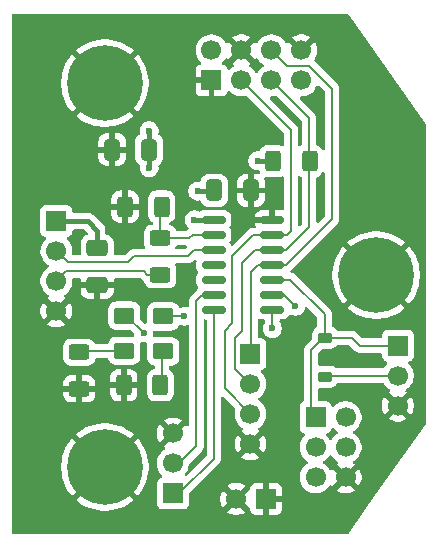
<source format=gbr>
%TF.GenerationSoftware,KiCad,Pcbnew,9.0.4*%
%TF.CreationDate,2025-11-07T20:41:43+01:00*%
%TF.ProjectId,SB_Mod_SR04,53425f4d-6f64-45f5-9352-30342e6b6963,rev?*%
%TF.SameCoordinates,Original*%
%TF.FileFunction,Copper,L1,Top*%
%TF.FilePolarity,Positive*%
%FSLAX46Y46*%
G04 Gerber Fmt 4.6, Leading zero omitted, Abs format (unit mm)*
G04 Created by KiCad (PCBNEW 9.0.4) date 2025-11-07 20:41:43*
%MOMM*%
%LPD*%
G01*
G04 APERTURE LIST*
G04 Aperture macros list*
%AMRoundRect*
0 Rectangle with rounded corners*
0 $1 Rounding radius*
0 $2 $3 $4 $5 $6 $7 $8 $9 X,Y pos of 4 corners*
0 Add a 4 corners polygon primitive as box body*
4,1,4,$2,$3,$4,$5,$6,$7,$8,$9,$2,$3,0*
0 Add four circle primitives for the rounded corners*
1,1,$1+$1,$2,$3*
1,1,$1+$1,$4,$5*
1,1,$1+$1,$6,$7*
1,1,$1+$1,$8,$9*
0 Add four rect primitives between the rounded corners*
20,1,$1+$1,$2,$3,$4,$5,0*
20,1,$1+$1,$4,$5,$6,$7,0*
20,1,$1+$1,$6,$7,$8,$9,0*
20,1,$1+$1,$8,$9,$2,$3,0*%
G04 Aperture macros list end*
%TA.AperFunction,ComponentPad*%
%ADD10R,1.700000X1.700000*%
%TD*%
%TA.AperFunction,ComponentPad*%
%ADD11C,1.700000*%
%TD*%
%TA.AperFunction,SMDPad,CuDef*%
%ADD12RoundRect,0.150000X-0.825000X-0.150000X0.825000X-0.150000X0.825000X0.150000X-0.825000X0.150000X0*%
%TD*%
%TA.AperFunction,SMDPad,CuDef*%
%ADD13RoundRect,0.250000X0.412500X0.650000X-0.412500X0.650000X-0.412500X-0.650000X0.412500X-0.650000X0*%
%TD*%
%TA.AperFunction,SMDPad,CuDef*%
%ADD14RoundRect,0.250000X0.625000X-0.400000X0.625000X0.400000X-0.625000X0.400000X-0.625000X-0.400000X0*%
%TD*%
%TA.AperFunction,SMDPad,CuDef*%
%ADD15RoundRect,0.250001X0.624999X-0.462499X0.624999X0.462499X-0.624999X0.462499X-0.624999X-0.462499X0*%
%TD*%
%TA.AperFunction,SMDPad,CuDef*%
%ADD16RoundRect,0.250000X-0.400000X-0.625000X0.400000X-0.625000X0.400000X0.625000X-0.400000X0.625000X0*%
%TD*%
%TA.AperFunction,ComponentPad*%
%ADD17C,6.400000*%
%TD*%
%TA.AperFunction,SMDPad,CuDef*%
%ADD18RoundRect,0.250000X-0.412500X-0.650000X0.412500X-0.650000X0.412500X0.650000X-0.412500X0.650000X0*%
%TD*%
%TA.AperFunction,SMDPad,CuDef*%
%ADD19RoundRect,0.250000X-0.625000X0.400000X-0.625000X-0.400000X0.625000X-0.400000X0.625000X0.400000X0*%
%TD*%
%TA.AperFunction,SMDPad,CuDef*%
%ADD20RoundRect,0.225000X0.375000X-0.225000X0.375000X0.225000X-0.375000X0.225000X-0.375000X-0.225000X0*%
%TD*%
%TA.AperFunction,SMDPad,CuDef*%
%ADD21RoundRect,0.250000X0.400000X0.625000X-0.400000X0.625000X-0.400000X-0.625000X0.400000X-0.625000X0*%
%TD*%
%TA.AperFunction,SMDPad,CuDef*%
%ADD22RoundRect,0.250000X-0.650000X0.412500X-0.650000X-0.412500X0.650000X-0.412500X0.650000X0.412500X0*%
%TD*%
%TA.AperFunction,ViaPad*%
%ADD23C,0.600000*%
%TD*%
%TA.AperFunction,Conductor*%
%ADD24C,0.400000*%
%TD*%
%TA.AperFunction,Conductor*%
%ADD25C,0.200000*%
%TD*%
G04 APERTURE END LIST*
D10*
%TO.P,J2,1,Pin_1*%
%TO.N,GND*%
X122255200Y-117195600D03*
D11*
%TO.P,J2,2,Pin_2*%
X119715200Y-117195600D03*
%TD*%
D12*
%TO.P,U2,1,VCC*%
%TO.N,+5V*%
X117819400Y-93574900D03*
%TO.P,U2,2,PA4*%
%TO.N,/ECHO_L*%
X117819400Y-94844900D03*
%TO.P,U2,3,PA5*%
%TO.N,/TRIG*%
X117819400Y-96114900D03*
%TO.P,U2,4,PA6*%
%TO.N,unconnected-(U2-PA6-Pad4)*%
X117819400Y-97384900D03*
%TO.P,U2,5,PA7*%
%TO.N,unconnected-(U2-PA7-Pad5)*%
X117819400Y-98654900D03*
%TO.P,U2,6,RX-PB3*%
%TO.N,/RX*%
X117819400Y-99924900D03*
%TO.P,U2,7,TX-PB2*%
%TO.N,/TX*%
X117819400Y-101194900D03*
%TO.P,U2,8,PB1*%
%TO.N,/ACT_LED*%
X122769400Y-101194900D03*
%TO.P,U2,9,PB0*%
%TO.N,/ALERT_LED*%
X122769400Y-99924900D03*
%TO.P,U2,10,PA0-~{RST}-UPDI*%
%TO.N,/UPDI*%
X122769400Y-98654900D03*
%TO.P,U2,11,PA1*%
%TO.N,/SB_ACT*%
X122769400Y-97384900D03*
%TO.P,U2,12,PA2*%
%TO.N,/SB_DAT*%
X122769400Y-96114900D03*
%TO.P,U2,13,PA3*%
%TO.N,/SB_CLK*%
X122769400Y-94844900D03*
%TO.P,U2,14,GND*%
%TO.N,GND*%
X122769400Y-93574900D03*
%TD*%
D13*
%TO.P,C2,1*%
%TO.N,+5V*%
X112345000Y-87630000D03*
%TO.P,C2,2*%
%TO.N,GND*%
X109220000Y-87630000D03*
%TD*%
D14*
%TO.P,R1,1*%
%TO.N,GND*%
X106426000Y-107875000D03*
%TO.P,R1,2*%
%TO.N,Net-(D1-K)*%
X106426000Y-104775000D03*
%TD*%
D10*
%TO.P,J3,1,Pin_1*%
%TO.N,/SB_ACT*%
X120929400Y-104927400D03*
D11*
%TO.P,J3,2,Pin_2*%
%TO.N,/SB_DAT*%
X120929400Y-107467400D03*
%TO.P,J3,3,Pin_3*%
%TO.N,/SB_CLK*%
X120929400Y-110007400D03*
%TO.P,J3,4,Pin_4*%
%TO.N,GND*%
X120929400Y-112547400D03*
%TD*%
D15*
%TO.P,D2,1,K*%
%TO.N,Net-(D2-K)*%
X113538000Y-104702000D03*
%TO.P,D2,2,A*%
%TO.N,/ALERT_LED*%
X113538000Y-101727000D03*
%TD*%
D16*
%TO.P,R10,1*%
%TO.N,GND*%
X110311000Y-92456000D03*
%TO.P,R10,2*%
%TO.N,/ECHO_L*%
X113411000Y-92456000D03*
%TD*%
D10*
%TO.P,SB1,1,GND*%
%TO.N,GND*%
X117627400Y-81762600D03*
D11*
%TO.P,SB1,2,+5V*%
%TO.N,+5V*%
X117627400Y-79222600D03*
%TO.P,SB1,3,CLK*%
%TO.N,/SB_CLK*%
X120167400Y-81762600D03*
%TO.P,SB1,4,GND*%
%TO.N,GND*%
X120167400Y-79222600D03*
%TO.P,SB1,5,DAT*%
%TO.N,/SB_DAT*%
X122707400Y-81762600D03*
%TO.P,SB1,6,~{ACT}*%
%TO.N,/SB_ACT*%
X122707400Y-79222600D03*
%TO.P,SB1,7,+5V*%
%TO.N,+5V*%
X125247400Y-81762600D03*
%TO.P,SB1,8,GND*%
%TO.N,GND*%
X125247400Y-79222600D03*
%TD*%
D10*
%TO.P,J1,1,Pin_1*%
%TO.N,/UPDI*%
X133400800Y-104216200D03*
D11*
%TO.P,J1,2,Pin_2*%
%TO.N,/PROG_TX*%
X133400800Y-106756200D03*
%TO.P,J1,3,Pin_3*%
%TO.N,GND*%
X133400800Y-109296200D03*
%TD*%
D17*
%TO.P,H3,1,1*%
%TO.N,GND*%
X108600000Y-114500000D03*
%TD*%
D18*
%TO.P,C4,1*%
%TO.N,+5V*%
X117842900Y-91084400D03*
%TO.P,C4,2*%
%TO.N,GND*%
X120967900Y-91084400D03*
%TD*%
D16*
%TO.P,R3,1*%
%TO.N,GND*%
X110210000Y-107569000D03*
%TO.P,R3,2*%
%TO.N,Net-(D2-K)*%
X113310000Y-107569000D03*
%TD*%
D19*
%TO.P,R9,1*%
%TO.N,/ECHO_L*%
X113284000Y-95123000D03*
%TO.P,R9,2*%
%TO.N,/ECHO_H*%
X113284000Y-98223000D03*
%TD*%
D20*
%TO.P,D3,1,K*%
%TO.N,/PROG_TX*%
X127254000Y-106855800D03*
%TO.P,D3,2,A*%
%TO.N,/UPDI*%
X127254000Y-103555800D03*
%TD*%
D10*
%TO.P,A1,1,VCC*%
%TO.N,+5V*%
X104493500Y-93679000D03*
D11*
%TO.P,A1,2,Trig*%
%TO.N,/TRIG*%
X104493500Y-96219000D03*
%TO.P,A1,3,Echo*%
%TO.N,/ECHO_H*%
X104493500Y-98759000D03*
%TO.P,A1,4,GND*%
%TO.N,GND*%
X104493500Y-101299000D03*
%TD*%
D10*
%TO.P,J4,1,Pin_1*%
%TO.N,/TX*%
X114350800Y-116738400D03*
D11*
%TO.P,J4,2,Pin_2*%
%TO.N,/RX*%
X114350800Y-114198400D03*
%TO.P,J4,3,Pin_3*%
%TO.N,GND*%
X114350800Y-111658400D03*
%TD*%
D21*
%TO.P,R8,1*%
%TO.N,/SB_DAT*%
X125933800Y-88595200D03*
%TO.P,R8,2*%
%TO.N,+5V*%
X122833800Y-88595200D03*
%TD*%
D17*
%TO.P,H1,1,1*%
%TO.N,GND*%
X108600000Y-82000000D03*
%TD*%
D10*
%TO.P,CONN1,1,UPDI*%
%TO.N,/UPDI*%
X126441200Y-110286800D03*
D11*
%TO.P,CONN1,2,VCC*%
%TO.N,+5V*%
X128981200Y-110286800D03*
%TO.P,CONN1,3,nc*%
%TO.N,unconnected-(CONN1-nc-Pad3)*%
X126441200Y-112826800D03*
%TO.P,CONN1,4,nc*%
%TO.N,unconnected-(CONN1-nc-Pad4)*%
X128981200Y-112826800D03*
%TO.P,CONN1,5,nc*%
%TO.N,unconnected-(CONN1-nc-Pad5)*%
X126441200Y-115366800D03*
%TO.P,CONN1,6,GND*%
%TO.N,GND*%
X128981200Y-115366800D03*
%TD*%
D22*
%TO.P,C1,1*%
%TO.N,+5V*%
X107950000Y-95973500D03*
%TO.P,C1,2*%
%TO.N,GND*%
X107950000Y-99098500D03*
%TD*%
D15*
%TO.P,D1,1,K*%
%TO.N,Net-(D1-K)*%
X110236000Y-104665500D03*
%TO.P,D1,2,A*%
%TO.N,/ACT_LED*%
X110236000Y-101690500D03*
%TD*%
D17*
%TO.P,H2,1,1*%
%TO.N,GND*%
X131572000Y-98250000D03*
%TD*%
D23*
%TO.N,GND*%
X128930400Y-105232200D03*
X107950000Y-100838000D03*
X104775000Y-91186000D03*
X124002800Y-104368600D03*
X110236000Y-94488000D03*
X115138200Y-107518200D03*
X123190000Y-91059000D03*
X125780800Y-101828600D03*
X109220000Y-89535000D03*
X126771400Y-92354400D03*
X108458000Y-107823000D03*
X115290600Y-100304600D03*
X126822200Y-85394800D03*
%TO.N,+5V*%
X116459000Y-91135200D03*
X112344200Y-86029800D03*
X112345000Y-89154000D03*
X121539000Y-88569800D03*
X116179600Y-93573600D03*
%TO.N,/ACT_LED*%
X111887000Y-103149400D03*
X122783600Y-102768400D03*
%TO.N,/ALERT_LED*%
X124739400Y-100888800D03*
X115341400Y-101727000D03*
%TD*%
D24*
%TO.N,GND*%
X120967900Y-91084400D02*
X121475900Y-91084400D01*
X109220000Y-87630000D02*
X109220000Y-89535000D01*
X107911500Y-99098500D02*
X107950000Y-99098500D01*
D25*
%TO.N,/ECHO_H*%
X105343500Y-97909000D02*
X109212000Y-97909000D01*
X109212000Y-97909000D02*
X109220000Y-97917000D01*
X109220000Y-97917000D02*
X111887000Y-97917000D01*
X112193000Y-98223000D02*
X113284000Y-98223000D01*
X104493500Y-98759000D02*
X105343500Y-97909000D01*
X111887000Y-97917000D02*
X112193000Y-98223000D01*
%TO.N,/TRIG*%
X115630990Y-96647000D02*
X116163090Y-96114900D01*
X116163090Y-96114900D02*
X117819400Y-96114900D01*
X110556732Y-97180400D02*
X111090132Y-96647000D01*
X104493500Y-96219000D02*
X105454900Y-97180400D01*
X105454900Y-97180400D02*
X110556732Y-97180400D01*
X111090132Y-96647000D02*
X115630990Y-96647000D01*
D24*
%TO.N,+5V*%
X116459000Y-91135200D02*
X117792100Y-91135200D01*
X112344200Y-86029800D02*
X112344200Y-87171200D01*
X117792100Y-91135200D02*
X117842900Y-91084400D01*
X117818100Y-93573600D02*
X117819400Y-93574900D01*
X107950000Y-94488000D02*
X107950000Y-95973500D01*
X112345000Y-87172000D02*
X112345000Y-87630000D01*
X121539000Y-88569800D02*
X122808400Y-88569800D01*
X112345000Y-89154000D02*
X112345000Y-87630000D01*
X122808400Y-88569800D02*
X122833800Y-88595200D01*
X112344200Y-87171200D02*
X112345000Y-87172000D01*
X107141000Y-93679000D02*
X107950000Y-94488000D01*
X104493500Y-93679000D02*
X107141000Y-93679000D01*
X116179600Y-93573600D02*
X117818100Y-93573600D01*
D25*
%TO.N,/PROG_TX*%
X133400800Y-106756200D02*
X127229800Y-106756200D01*
X127229800Y-106756200D02*
X127203200Y-106782800D01*
%TO.N,Net-(D1-K)*%
X106833000Y-104648000D02*
X106553000Y-104368000D01*
X109909000Y-104648000D02*
X106833000Y-104648000D01*
%TO.N,/SB_DAT*%
X125857000Y-84912200D02*
X122707400Y-81762600D01*
X119634000Y-106172000D02*
X120929400Y-107467400D01*
X120218200Y-97205800D02*
X120218200Y-102997000D01*
X123950700Y-96114900D02*
X122769400Y-96114900D01*
X125933800Y-88595200D02*
X125857000Y-88518400D01*
X121309100Y-96114900D02*
X120218200Y-97205800D01*
X125857000Y-88518400D02*
X125857000Y-84912200D01*
X120218200Y-102997000D02*
X119634000Y-103581200D01*
X125933800Y-88595200D02*
X125907800Y-88621200D01*
X122769400Y-96114900D02*
X121309100Y-96114900D01*
X125907800Y-88621200D02*
X125907800Y-94157800D01*
X125907800Y-94157800D02*
X123950700Y-96114900D01*
X119634000Y-103581200D02*
X119634000Y-106172000D01*
%TO.N,/SB_CLK*%
X119402800Y-96624200D02*
X119402800Y-102313800D01*
X124026900Y-94844900D02*
X122769400Y-94844900D01*
X121182100Y-94844900D02*
X119402800Y-96624200D01*
X124358400Y-94513400D02*
X124026900Y-94844900D01*
X118745000Y-102971600D02*
X118745000Y-107823000D01*
X120167400Y-81762600D02*
X124358400Y-85953600D01*
X124358400Y-85953600D02*
X124358400Y-94513400D01*
X118745000Y-107823000D02*
X120929400Y-110007400D01*
X119402800Y-102313800D02*
X118745000Y-102971600D01*
X122769400Y-94844900D02*
X121182100Y-94844900D01*
%TO.N,/UPDI*%
X129514600Y-103555800D02*
X127203200Y-103555800D01*
X126034800Y-109880400D02*
X126441200Y-110286800D01*
X130175000Y-104216200D02*
X129514600Y-103555800D01*
X133400800Y-104216200D02*
X130175000Y-104216200D01*
X127254000Y-103555800D02*
X127101600Y-103555800D01*
X127203200Y-101549200D02*
X124308900Y-98654900D01*
X126034800Y-104622600D02*
X126034800Y-109880400D01*
X127203200Y-103555800D02*
X127203200Y-101549200D01*
X124308900Y-98654900D02*
X122769400Y-98654900D01*
X127101600Y-103555800D02*
X126034800Y-104622600D01*
%TO.N,/SB_ACT*%
X122769400Y-97384900D02*
X123950700Y-97384900D01*
X127838200Y-82487640D02*
X125868560Y-80518000D01*
X120954800Y-104902000D02*
X120929400Y-104927400D01*
X124002800Y-80518000D02*
X122707400Y-79222600D01*
X123950700Y-97384900D02*
X127838200Y-93497400D01*
X125868560Y-80518000D02*
X124002800Y-80518000D01*
X120954800Y-98018600D02*
X120954800Y-104902000D01*
X127838200Y-93497400D02*
X127838200Y-82487640D01*
X121588500Y-97384900D02*
X120954800Y-98018600D01*
X122769400Y-97384900D02*
X121588500Y-97384900D01*
%TO.N,/ECHO_L*%
X113284000Y-92583000D02*
X113411000Y-92456000D01*
X116025900Y-94844900D02*
X117819400Y-94844900D01*
X113284000Y-95123000D02*
X115747800Y-95123000D01*
X113284000Y-95123000D02*
X113284000Y-92583000D01*
X115747800Y-95123000D02*
X116025900Y-94844900D01*
%TO.N,Net-(D2-K)*%
X113411000Y-106960000D02*
X113310000Y-107061000D01*
X113411000Y-104484500D02*
X113411000Y-106960000D01*
%TO.N,/ACT_LED*%
X111887000Y-103149400D02*
X110428100Y-101690500D01*
X122769400Y-102754200D02*
X122783600Y-102768400D01*
X110428100Y-101690500D02*
X110236000Y-101690500D01*
X122769400Y-101194900D02*
X122769400Y-102754200D01*
%TO.N,/ALERT_LED*%
X122769400Y-99924900D02*
X123775500Y-99924900D01*
X115341400Y-101727000D02*
X113538000Y-101727000D01*
X123775500Y-99924900D02*
X124739400Y-100888800D01*
%TO.N,/TX*%
X117819400Y-113828600D02*
X114909600Y-116738400D01*
X117819400Y-101194900D02*
X117819400Y-113828600D01*
X114909600Y-116738400D02*
X114350800Y-116738400D01*
%TO.N,/RX*%
X116357400Y-100411901D02*
X116357400Y-112750600D01*
X117819400Y-99924900D02*
X116844401Y-99924900D01*
X116357400Y-112750600D02*
X114909600Y-114198400D01*
X116844401Y-99924900D02*
X116357400Y-100411901D01*
X114909600Y-114198400D02*
X114350800Y-114198400D01*
%TD*%
%TA.AperFunction,Conductor*%
%TO.N,GND*%
G36*
X127782644Y-113480799D02*
G01*
X127821684Y-113525854D01*
X127825791Y-113533915D01*
X127826151Y-113534620D01*
X127951090Y-113706586D01*
X128101413Y-113856909D01*
X128273379Y-113981848D01*
X128273381Y-113981849D01*
X128273384Y-113981851D01*
X128282693Y-113986594D01*
X128333490Y-114034566D01*
X128350287Y-114102387D01*
X128327752Y-114168522D01*
X128282705Y-114207560D01*
X128273646Y-114212176D01*
X128273640Y-114212180D01*
X128219482Y-114251527D01*
X128219482Y-114251528D01*
X128851791Y-114883837D01*
X128788207Y-114900875D01*
X128674193Y-114966701D01*
X128581101Y-115059793D01*
X128515275Y-115173807D01*
X128498237Y-115237391D01*
X127865928Y-114605082D01*
X127865927Y-114605082D01*
X127826580Y-114659240D01*
X127826576Y-114659246D01*
X127821960Y-114668305D01*
X127773981Y-114719097D01*
X127706159Y-114735887D01*
X127640026Y-114713343D01*
X127600994Y-114668293D01*
X127596251Y-114658984D01*
X127596249Y-114658981D01*
X127596248Y-114658979D01*
X127471309Y-114487013D01*
X127320986Y-114336690D01*
X127149020Y-114211751D01*
X127140800Y-114207563D01*
X127140254Y-114207285D01*
X127089459Y-114159312D01*
X127072663Y-114091492D01*
X127095199Y-114025356D01*
X127140254Y-113986315D01*
X127149016Y-113981851D01*
X127265254Y-113897400D01*
X127320986Y-113856909D01*
X127320988Y-113856906D01*
X127320992Y-113856904D01*
X127471304Y-113706592D01*
X127471306Y-113706588D01*
X127471309Y-113706586D01*
X127596248Y-113534620D01*
X127596247Y-113534620D01*
X127596251Y-113534616D01*
X127600714Y-113525854D01*
X127648688Y-113475059D01*
X127716508Y-113458263D01*
X127782644Y-113480799D01*
G37*
%TD.AperFunction*%
%TA.AperFunction,Conductor*%
G36*
X129281542Y-104175985D02*
G01*
X129302183Y-104192618D01*
X129806284Y-104696720D01*
X129806286Y-104696721D01*
X129806290Y-104696724D01*
X129832159Y-104711659D01*
X129943216Y-104775777D01*
X130095943Y-104816701D01*
X130095945Y-104816701D01*
X130261654Y-104816701D01*
X130261670Y-104816700D01*
X131926301Y-104816700D01*
X131993340Y-104836385D01*
X132039095Y-104889189D01*
X132050301Y-104940700D01*
X132050301Y-105114076D01*
X132056708Y-105173683D01*
X132107002Y-105308528D01*
X132107006Y-105308535D01*
X132193252Y-105423744D01*
X132193255Y-105423747D01*
X132308464Y-105509993D01*
X132308471Y-105509997D01*
X132439882Y-105559010D01*
X132495816Y-105600881D01*
X132520233Y-105666345D01*
X132505382Y-105734618D01*
X132484231Y-105762873D01*
X132370689Y-105876415D01*
X132245748Y-106048384D01*
X132245747Y-106048385D01*
X132225565Y-106087995D01*
X132177591Y-106138791D01*
X132115081Y-106155700D01*
X128231274Y-106155700D01*
X128164235Y-106136015D01*
X128143593Y-106119381D01*
X128082044Y-106057832D01*
X128082040Y-106057829D01*
X127937705Y-105968801D01*
X127937699Y-105968798D01*
X127937697Y-105968797D01*
X127828986Y-105932774D01*
X127776709Y-105915451D01*
X127677346Y-105905300D01*
X126830662Y-105905300D01*
X126830642Y-105905302D01*
X126771900Y-105911302D01*
X126703207Y-105898532D01*
X126652324Y-105850650D01*
X126635300Y-105787944D01*
X126635300Y-104922696D01*
X126654985Y-104855657D01*
X126671615Y-104835019D01*
X126964016Y-104542617D01*
X127025339Y-104509133D01*
X127051697Y-104506299D01*
X127677338Y-104506299D01*
X127677344Y-104506299D01*
X127677352Y-104506298D01*
X127677355Y-104506298D01*
X127731760Y-104500740D01*
X127776708Y-104496149D01*
X127937697Y-104442803D01*
X128082044Y-104353768D01*
X128201968Y-104233844D01*
X128213465Y-104215203D01*
X128265412Y-104168479D01*
X128319004Y-104156300D01*
X129214503Y-104156300D01*
X129281542Y-104175985D01*
G37*
%TD.AperFunction*%
%TA.AperFunction,Conductor*%
G36*
X127193154Y-89526377D02*
G01*
X127232010Y-89584445D01*
X127237700Y-89621577D01*
X127237700Y-93197303D01*
X127218015Y-93264342D01*
X127201381Y-93284984D01*
X126719981Y-93766384D01*
X126658658Y-93799869D01*
X126588966Y-93794885D01*
X126533033Y-93753013D01*
X126508616Y-93687549D01*
X126508300Y-93678703D01*
X126508300Y-90042547D01*
X126527985Y-89975508D01*
X126580789Y-89929753D01*
X126593281Y-89924846D01*
X126653134Y-89905014D01*
X126802456Y-89812912D01*
X126926512Y-89688856D01*
X127008161Y-89556480D01*
X127060109Y-89509756D01*
X127129071Y-89498533D01*
X127193154Y-89526377D01*
G37*
%TD.AperFunction*%
%TA.AperFunction,Conductor*%
G36*
X126678561Y-82186611D02*
G01*
X126711534Y-82210209D01*
X127201381Y-82700056D01*
X127234866Y-82761379D01*
X127237700Y-82787737D01*
X127237700Y-87568822D01*
X127218015Y-87635861D01*
X127165211Y-87681616D01*
X127096053Y-87691560D01*
X127032497Y-87662535D01*
X127008161Y-87633919D01*
X126968009Y-87568822D01*
X126926512Y-87501544D01*
X126802456Y-87377488D01*
X126680566Y-87302306D01*
X126653136Y-87285387D01*
X126653135Y-87285386D01*
X126653134Y-87285386D01*
X126542494Y-87248723D01*
X126485051Y-87208951D01*
X126458228Y-87144435D01*
X126457500Y-87131018D01*
X126457500Y-85001259D01*
X126457501Y-85001246D01*
X126457501Y-84833145D01*
X126457501Y-84833143D01*
X126416577Y-84680415D01*
X126387639Y-84630295D01*
X126337520Y-84543484D01*
X126225716Y-84431680D01*
X126225715Y-84431679D01*
X126221385Y-84427349D01*
X126221374Y-84427339D01*
X125118816Y-83324781D01*
X125085331Y-83263458D01*
X125090315Y-83193766D01*
X125132187Y-83137833D01*
X125197651Y-83113416D01*
X125206497Y-83113100D01*
X125353686Y-83113100D01*
X125353687Y-83113100D01*
X125563643Y-83079846D01*
X125765812Y-83014157D01*
X125955216Y-82917651D01*
X126041871Y-82854693D01*
X126127186Y-82792709D01*
X126127188Y-82792706D01*
X126127192Y-82792704D01*
X126277504Y-82642392D01*
X126277506Y-82642388D01*
X126277509Y-82642386D01*
X126402448Y-82470420D01*
X126402447Y-82470420D01*
X126402451Y-82470416D01*
X126498957Y-82281012D01*
X126505922Y-82259573D01*
X126545356Y-82201899D01*
X126609714Y-82174699D01*
X126678561Y-82186611D01*
G37*
%TD.AperFunction*%
%TA.AperFunction,Conductor*%
G36*
X121282670Y-79984317D02*
G01*
X121282670Y-79984316D01*
X121322022Y-79930155D01*
X121326632Y-79921107D01*
X121374605Y-79870309D01*
X121442425Y-79853512D01*
X121508561Y-79876047D01*
X121547604Y-79921104D01*
X121552349Y-79930417D01*
X121677290Y-80102386D01*
X121827613Y-80252709D01*
X121999582Y-80377650D01*
X122008346Y-80382116D01*
X122059142Y-80430091D01*
X122075936Y-80497912D01*
X122053398Y-80564047D01*
X122008346Y-80603084D01*
X121999582Y-80607549D01*
X121827613Y-80732490D01*
X121677290Y-80882813D01*
X121552349Y-81054782D01*
X121547884Y-81063546D01*
X121499909Y-81114342D01*
X121432088Y-81131136D01*
X121365953Y-81108598D01*
X121326916Y-81063546D01*
X121322450Y-81054782D01*
X121197509Y-80882813D01*
X121047186Y-80732490D01*
X120875217Y-80607549D01*
X120865904Y-80602804D01*
X120815107Y-80554830D01*
X120798312Y-80487009D01*
X120820849Y-80420874D01*
X120865907Y-80381832D01*
X120874955Y-80377222D01*
X120929116Y-80337870D01*
X120929117Y-80337870D01*
X120296808Y-79705562D01*
X120360393Y-79688525D01*
X120474407Y-79622699D01*
X120567499Y-79529607D01*
X120633325Y-79415593D01*
X120650362Y-79352008D01*
X121282670Y-79984317D01*
G37*
%TD.AperFunction*%
%TA.AperFunction,Conductor*%
G36*
X119701475Y-79415593D02*
G01*
X119767301Y-79529607D01*
X119860393Y-79622699D01*
X119974407Y-79688525D01*
X120037990Y-79705562D01*
X119405682Y-80337869D01*
X119405682Y-80337870D01*
X119459852Y-80377226D01*
X119459851Y-80377226D01*
X119468895Y-80381834D01*
X119519692Y-80429808D01*
X119536487Y-80497629D01*
X119513950Y-80563764D01*
X119468899Y-80602802D01*
X119459582Y-80607549D01*
X119287615Y-80732489D01*
X119173685Y-80846419D01*
X119112362Y-80879903D01*
X119042670Y-80874919D01*
X118986737Y-80833047D01*
X118969822Y-80802070D01*
X118920754Y-80670513D01*
X118920750Y-80670506D01*
X118834590Y-80555412D01*
X118834587Y-80555409D01*
X118719493Y-80469249D01*
X118719488Y-80469246D01*
X118587928Y-80420177D01*
X118531995Y-80378305D01*
X118507578Y-80312841D01*
X118522430Y-80244568D01*
X118543575Y-80216320D01*
X118657504Y-80102392D01*
X118658298Y-80101300D01*
X118708931Y-80031608D01*
X118782451Y-79930416D01*
X118787193Y-79921108D01*
X118835163Y-79870311D01*
X118902983Y-79853511D01*
X118969119Y-79876045D01*
X119008163Y-79921100D01*
X119012773Y-79930147D01*
X119052128Y-79984316D01*
X119684437Y-79352008D01*
X119701475Y-79415593D01*
G37*
%TD.AperFunction*%
%TA.AperFunction,Conductor*%
G36*
X129213825Y-76176185D02*
G01*
X129248022Y-76208895D01*
X135746736Y-85396929D01*
X135769378Y-85463028D01*
X135769500Y-85468533D01*
X135769500Y-110747988D01*
X135749815Y-110815027D01*
X135747053Y-110819143D01*
X131494374Y-116888593D01*
X130356652Y-118512357D01*
X129246582Y-120096655D01*
X129191991Y-120140263D01*
X129145029Y-120149500D01*
X100827500Y-120149500D01*
X100760461Y-120129815D01*
X100714706Y-120077011D01*
X100703500Y-120025500D01*
X100703500Y-114318234D01*
X104900000Y-114318234D01*
X104900000Y-114681765D01*
X104935632Y-115043556D01*
X105006550Y-115400090D01*
X105006553Y-115400101D01*
X105112086Y-115747997D01*
X105251207Y-116083864D01*
X105251209Y-116083869D01*
X105422570Y-116404462D01*
X105422581Y-116404480D01*
X105624551Y-116706750D01*
X105811678Y-116934765D01*
X105811679Y-116934766D01*
X107305747Y-115440697D01*
X107379588Y-115542330D01*
X107557670Y-115720412D01*
X107659301Y-115794251D01*
X106165232Y-117288319D01*
X106165233Y-117288320D01*
X106393249Y-117475448D01*
X106695519Y-117677418D01*
X106695537Y-117677429D01*
X107016130Y-117848790D01*
X107016135Y-117848792D01*
X107352002Y-117987913D01*
X107699898Y-118093446D01*
X107699909Y-118093449D01*
X108056443Y-118164367D01*
X108418234Y-118200000D01*
X108781766Y-118200000D01*
X109143556Y-118164367D01*
X109256036Y-118141994D01*
X109500090Y-118093449D01*
X109500101Y-118093446D01*
X109847997Y-117987913D01*
X110183864Y-117848792D01*
X110183869Y-117848790D01*
X110504462Y-117677429D01*
X110504480Y-117677418D01*
X110806736Y-117475457D01*
X110806750Y-117475447D01*
X111034765Y-117288320D01*
X111034766Y-117288319D01*
X109540698Y-115794251D01*
X109642330Y-115720412D01*
X109820412Y-115542330D01*
X109894251Y-115440698D01*
X111388319Y-116934766D01*
X111388320Y-116934765D01*
X111575447Y-116706750D01*
X111575457Y-116706736D01*
X111777418Y-116404480D01*
X111777429Y-116404462D01*
X111948790Y-116083869D01*
X111948792Y-116083864D01*
X112087913Y-115747997D01*
X112193446Y-115400101D01*
X112193449Y-115400090D01*
X112264367Y-115043556D01*
X112300000Y-114681765D01*
X112300000Y-114318234D01*
X112264367Y-113956443D01*
X112193449Y-113599909D01*
X112193446Y-113599898D01*
X112087913Y-113252002D01*
X111948792Y-112916135D01*
X111948790Y-112916130D01*
X111777429Y-112595537D01*
X111777418Y-112595519D01*
X111575448Y-112293249D01*
X111388320Y-112065233D01*
X111388319Y-112065232D01*
X109894251Y-113559300D01*
X109820412Y-113457670D01*
X109642330Y-113279588D01*
X109540698Y-113205748D01*
X111034766Y-111711679D01*
X110951244Y-111643135D01*
X110951242Y-111643132D01*
X110806750Y-111524551D01*
X110504480Y-111322581D01*
X110504462Y-111322570D01*
X110183869Y-111151209D01*
X110183864Y-111151207D01*
X109847997Y-111012086D01*
X109500101Y-110906553D01*
X109500090Y-110906550D01*
X109143556Y-110835632D01*
X108781766Y-110800000D01*
X108418234Y-110800000D01*
X108056443Y-110835632D01*
X107699909Y-110906550D01*
X107699898Y-110906553D01*
X107352002Y-111012086D01*
X107016135Y-111151207D01*
X107016130Y-111151209D01*
X106695537Y-111322570D01*
X106695519Y-111322581D01*
X106393258Y-111524545D01*
X106393254Y-111524548D01*
X106165233Y-111711679D01*
X106165233Y-111711680D01*
X107659301Y-113205748D01*
X107557670Y-113279588D01*
X107379588Y-113457670D01*
X107305748Y-113559301D01*
X105811680Y-112065233D01*
X105811679Y-112065233D01*
X105624548Y-112293254D01*
X105624545Y-112293258D01*
X105422581Y-112595519D01*
X105422570Y-112595537D01*
X105251209Y-112916130D01*
X105251207Y-112916135D01*
X105112086Y-113252002D01*
X105006553Y-113599898D01*
X105006550Y-113599909D01*
X104935632Y-113956443D01*
X104900000Y-114318234D01*
X100703500Y-114318234D01*
X100703500Y-108324986D01*
X105051001Y-108324986D01*
X105061494Y-108427697D01*
X105116641Y-108594119D01*
X105116643Y-108594124D01*
X105208684Y-108743345D01*
X105332654Y-108867315D01*
X105481875Y-108959356D01*
X105481880Y-108959358D01*
X105648302Y-109014505D01*
X105648309Y-109014506D01*
X105751019Y-109024999D01*
X106175999Y-109024999D01*
X106676000Y-109024999D01*
X107100972Y-109024999D01*
X107100986Y-109024998D01*
X107203697Y-109014505D01*
X107370119Y-108959358D01*
X107370124Y-108959356D01*
X107519345Y-108867315D01*
X107643315Y-108743345D01*
X107735356Y-108594124D01*
X107735358Y-108594119D01*
X107790505Y-108427697D01*
X107790506Y-108427690D01*
X107800999Y-108324986D01*
X107801000Y-108324973D01*
X107801000Y-108243986D01*
X109060001Y-108243986D01*
X109070494Y-108346697D01*
X109125641Y-108513119D01*
X109125643Y-108513124D01*
X109217684Y-108662345D01*
X109341654Y-108786315D01*
X109490875Y-108878356D01*
X109490880Y-108878358D01*
X109657302Y-108933505D01*
X109657309Y-108933506D01*
X109760019Y-108943999D01*
X109959999Y-108943999D01*
X110460000Y-108943999D01*
X110659972Y-108943999D01*
X110659986Y-108943998D01*
X110762697Y-108933505D01*
X110929119Y-108878358D01*
X110929124Y-108878356D01*
X111078345Y-108786315D01*
X111202315Y-108662345D01*
X111294356Y-108513124D01*
X111294358Y-108513119D01*
X111349505Y-108346697D01*
X111349506Y-108346690D01*
X111359999Y-108243986D01*
X111360000Y-108243973D01*
X111360000Y-107819000D01*
X110460000Y-107819000D01*
X110460000Y-108943999D01*
X109959999Y-108943999D01*
X109960000Y-108943998D01*
X109960000Y-107819000D01*
X109060001Y-107819000D01*
X109060001Y-108243986D01*
X107801000Y-108243986D01*
X107801000Y-108125000D01*
X106676000Y-108125000D01*
X106676000Y-109024999D01*
X106175999Y-109024999D01*
X106176000Y-109024998D01*
X106176000Y-108125000D01*
X105051001Y-108125000D01*
X105051001Y-108324986D01*
X100703500Y-108324986D01*
X100703500Y-107425013D01*
X105051000Y-107425013D01*
X105051000Y-107625000D01*
X106176000Y-107625000D01*
X106676000Y-107625000D01*
X107800999Y-107625000D01*
X107800999Y-107425028D01*
X107800998Y-107425013D01*
X107790505Y-107322302D01*
X107735358Y-107155880D01*
X107735356Y-107155875D01*
X107643315Y-107006654D01*
X107530674Y-106894013D01*
X109060000Y-106894013D01*
X109060000Y-107319000D01*
X109960000Y-107319000D01*
X110460000Y-107319000D01*
X111359999Y-107319000D01*
X111359999Y-106894028D01*
X111359998Y-106894013D01*
X111349505Y-106791302D01*
X111294358Y-106624880D01*
X111294356Y-106624875D01*
X111202315Y-106475654D01*
X111078345Y-106351684D01*
X110929124Y-106259643D01*
X110929119Y-106259641D01*
X110762697Y-106204494D01*
X110762690Y-106204493D01*
X110659986Y-106194000D01*
X110460000Y-106194000D01*
X110460000Y-107319000D01*
X109960000Y-107319000D01*
X109960000Y-106194000D01*
X109760029Y-106194000D01*
X109760012Y-106194001D01*
X109657302Y-106204494D01*
X109490880Y-106259641D01*
X109490875Y-106259643D01*
X109341654Y-106351684D01*
X109217684Y-106475654D01*
X109125643Y-106624875D01*
X109125641Y-106624880D01*
X109070494Y-106791302D01*
X109070493Y-106791309D01*
X109060000Y-106894013D01*
X107530674Y-106894013D01*
X107519345Y-106882684D01*
X107370124Y-106790643D01*
X107370119Y-106790641D01*
X107203697Y-106735494D01*
X107203690Y-106735493D01*
X107100986Y-106725000D01*
X106676000Y-106725000D01*
X106676000Y-107625000D01*
X106176000Y-107625000D01*
X106176000Y-106725000D01*
X105751028Y-106725000D01*
X105751012Y-106725001D01*
X105648302Y-106735494D01*
X105481880Y-106790641D01*
X105481875Y-106790643D01*
X105332654Y-106882684D01*
X105208684Y-107006654D01*
X105116643Y-107155875D01*
X105116641Y-107155880D01*
X105061494Y-107322302D01*
X105061493Y-107322309D01*
X105051000Y-107425013D01*
X100703500Y-107425013D01*
X100703500Y-92781135D01*
X103143000Y-92781135D01*
X103143000Y-94576870D01*
X103143001Y-94576876D01*
X103149408Y-94636483D01*
X103199702Y-94771328D01*
X103199706Y-94771335D01*
X103285952Y-94886544D01*
X103285955Y-94886547D01*
X103401164Y-94972793D01*
X103401171Y-94972797D01*
X103532582Y-95021810D01*
X103588516Y-95063681D01*
X103612933Y-95129145D01*
X103598082Y-95197418D01*
X103576931Y-95225673D01*
X103463389Y-95339215D01*
X103338451Y-95511179D01*
X103241944Y-95700585D01*
X103176253Y-95902760D01*
X103153936Y-96043666D01*
X103143000Y-96112713D01*
X103143000Y-96325287D01*
X103146207Y-96345537D01*
X103176253Y-96535239D01*
X103241944Y-96737414D01*
X103338451Y-96926820D01*
X103463390Y-97098786D01*
X103613713Y-97249109D01*
X103785682Y-97374050D01*
X103794446Y-97378516D01*
X103845242Y-97426491D01*
X103862036Y-97494312D01*
X103839498Y-97560447D01*
X103794446Y-97599484D01*
X103785682Y-97603949D01*
X103613713Y-97728890D01*
X103463390Y-97879213D01*
X103338451Y-98051179D01*
X103241944Y-98240585D01*
X103176253Y-98442760D01*
X103143000Y-98652713D01*
X103143000Y-98865286D01*
X103176253Y-99075239D01*
X103176253Y-99075241D01*
X103176254Y-99075243D01*
X103237436Y-99263542D01*
X103241944Y-99277414D01*
X103338451Y-99466820D01*
X103463390Y-99638786D01*
X103613713Y-99789109D01*
X103785679Y-99914048D01*
X103785681Y-99914049D01*
X103785684Y-99914051D01*
X103794993Y-99918794D01*
X103845790Y-99966766D01*
X103862587Y-100034587D01*
X103840052Y-100100722D01*
X103795005Y-100139760D01*
X103785946Y-100144376D01*
X103785940Y-100144380D01*
X103731782Y-100183727D01*
X103731782Y-100183728D01*
X104364091Y-100816037D01*
X104300507Y-100833075D01*
X104186493Y-100898901D01*
X104093401Y-100991993D01*
X104027575Y-101106007D01*
X104010537Y-101169591D01*
X103378228Y-100537282D01*
X103378227Y-100537282D01*
X103338880Y-100591439D01*
X103242404Y-100780782D01*
X103176742Y-100982869D01*
X103176742Y-100982872D01*
X103143500Y-101192753D01*
X103143500Y-101405246D01*
X103176742Y-101615127D01*
X103176742Y-101615130D01*
X103242404Y-101817217D01*
X103338875Y-102006550D01*
X103378228Y-102060716D01*
X104010537Y-101428408D01*
X104027575Y-101491993D01*
X104093401Y-101606007D01*
X104186493Y-101699099D01*
X104300507Y-101764925D01*
X104364090Y-101781962D01*
X103731782Y-102414269D01*
X103731782Y-102414270D01*
X103785949Y-102453624D01*
X103975282Y-102550095D01*
X104177370Y-102615757D01*
X104387254Y-102649000D01*
X104599746Y-102649000D01*
X104809627Y-102615757D01*
X104809630Y-102615757D01*
X105011717Y-102550095D01*
X105201054Y-102453622D01*
X105255216Y-102414270D01*
X105255217Y-102414270D01*
X104622908Y-101781962D01*
X104686493Y-101764925D01*
X104800507Y-101699099D01*
X104893599Y-101606007D01*
X104959425Y-101491993D01*
X104976462Y-101428408D01*
X105608770Y-102060717D01*
X105608770Y-102060716D01*
X105648122Y-102006554D01*
X105744595Y-101817217D01*
X105810257Y-101615130D01*
X105810257Y-101615127D01*
X105843500Y-101405246D01*
X105843500Y-101192753D01*
X105810257Y-100982872D01*
X105810257Y-100982869D01*
X105744595Y-100780782D01*
X105648124Y-100591449D01*
X105608770Y-100537282D01*
X105608769Y-100537282D01*
X104976462Y-101169590D01*
X104959425Y-101106007D01*
X104893599Y-100991993D01*
X104800507Y-100898901D01*
X104686493Y-100833075D01*
X104622909Y-100816037D01*
X105255216Y-100183728D01*
X105201047Y-100144373D01*
X105201047Y-100144372D01*
X105192000Y-100139763D01*
X105141206Y-100091788D01*
X105124412Y-100023966D01*
X105146951Y-99957832D01*
X105192008Y-99918793D01*
X105201316Y-99914051D01*
X105311685Y-99833864D01*
X105373286Y-99789109D01*
X105373288Y-99789106D01*
X105373292Y-99789104D01*
X105523604Y-99638792D01*
X105523606Y-99638788D01*
X105523609Y-99638786D01*
X105580133Y-99560986D01*
X106550001Y-99560986D01*
X106560494Y-99663697D01*
X106615641Y-99830119D01*
X106615643Y-99830124D01*
X106707684Y-99979345D01*
X106831654Y-100103315D01*
X106980875Y-100195356D01*
X106980880Y-100195358D01*
X107147302Y-100250505D01*
X107147309Y-100250506D01*
X107250019Y-100260999D01*
X107699999Y-100260999D01*
X108200000Y-100260999D01*
X108649972Y-100260999D01*
X108649986Y-100260998D01*
X108752697Y-100250505D01*
X108919119Y-100195358D01*
X108919124Y-100195356D01*
X109068345Y-100103315D01*
X109192315Y-99979345D01*
X109284356Y-99830124D01*
X109284358Y-99830119D01*
X109339505Y-99663697D01*
X109339506Y-99663690D01*
X109349999Y-99560986D01*
X109350000Y-99560973D01*
X109350000Y-99348500D01*
X108200000Y-99348500D01*
X108200000Y-100260999D01*
X107699999Y-100260999D01*
X107700000Y-100260998D01*
X107700000Y-99348500D01*
X106550001Y-99348500D01*
X106550001Y-99560986D01*
X105580133Y-99560986D01*
X105648548Y-99466820D01*
X105648547Y-99466820D01*
X105648551Y-99466816D01*
X105745057Y-99277412D01*
X105751612Y-99257240D01*
X105786423Y-99150101D01*
X105810746Y-99075243D01*
X105844000Y-98865287D01*
X105844000Y-98652713D01*
X105844000Y-98652712D01*
X105843618Y-98647862D01*
X105844691Y-98647777D01*
X105852982Y-98583608D01*
X105897976Y-98530155D01*
X105964727Y-98509513D01*
X105966502Y-98509500D01*
X106426000Y-98509500D01*
X106493039Y-98529185D01*
X106538794Y-98581989D01*
X106550000Y-98633500D01*
X106550000Y-98848500D01*
X109349999Y-98848500D01*
X109349999Y-98641500D01*
X109369684Y-98574461D01*
X109422488Y-98528706D01*
X109473999Y-98517500D01*
X111586903Y-98517500D01*
X111616343Y-98526144D01*
X111646330Y-98532668D01*
X111651345Y-98536422D01*
X111653942Y-98537185D01*
X111674584Y-98553819D01*
X111708139Y-98587374D01*
X111708149Y-98587385D01*
X111712479Y-98591715D01*
X111712480Y-98591716D01*
X111824284Y-98703520D01*
X111824286Y-98703521D01*
X111824287Y-98703522D01*
X111870928Y-98730450D01*
X111919143Y-98781016D01*
X111926634Y-98798832D01*
X111974186Y-98942334D01*
X112066288Y-99091656D01*
X112190344Y-99215712D01*
X112339666Y-99307814D01*
X112506203Y-99362999D01*
X112608991Y-99373500D01*
X113959008Y-99373499D01*
X114061797Y-99362999D01*
X114228334Y-99307814D01*
X114377656Y-99215712D01*
X114501712Y-99091656D01*
X114593814Y-98942334D01*
X114648999Y-98775797D01*
X114659500Y-98673009D01*
X114659499Y-97772992D01*
X114657519Y-97753613D01*
X114648999Y-97670203D01*
X114648998Y-97670200D01*
X114637603Y-97635813D01*
X114593814Y-97503666D01*
X114552444Y-97436594D01*
X114534005Y-97369204D01*
X114554928Y-97302541D01*
X114608570Y-97257771D01*
X114657984Y-97247500D01*
X115544321Y-97247500D01*
X115544337Y-97247501D01*
X115551933Y-97247501D01*
X115710044Y-97247501D01*
X115710047Y-97247501D01*
X115862775Y-97206577D01*
X115927503Y-97169206D01*
X115999706Y-97127520D01*
X116111510Y-97015716D01*
X116111510Y-97015714D01*
X116121711Y-97005514D01*
X116121714Y-97005509D01*
X116149415Y-96977808D01*
X116210737Y-96944326D01*
X116280429Y-96949312D01*
X116336361Y-96991184D01*
X116360777Y-97056649D01*
X116356169Y-97100088D01*
X116346802Y-97132326D01*
X116346801Y-97132332D01*
X116343900Y-97169198D01*
X116343900Y-97600601D01*
X116346801Y-97637467D01*
X116346802Y-97637473D01*
X116392654Y-97795293D01*
X116392655Y-97795296D01*
X116476317Y-97936762D01*
X116481102Y-97942931D01*
X116478656Y-97944827D01*
X116505257Y-97993542D01*
X116500273Y-98063234D01*
X116479469Y-98095603D01*
X116481102Y-98096869D01*
X116476319Y-98103035D01*
X116392655Y-98244503D01*
X116392654Y-98244506D01*
X116346802Y-98402326D01*
X116346801Y-98402332D01*
X116343900Y-98439198D01*
X116343900Y-98870601D01*
X116346801Y-98907467D01*
X116346802Y-98907473D01*
X116392654Y-99065293D01*
X116392655Y-99065296D01*
X116392656Y-99065298D01*
X116406427Y-99088583D01*
X116476317Y-99206762D01*
X116481102Y-99212931D01*
X116478656Y-99214827D01*
X116505257Y-99263542D01*
X116500273Y-99333234D01*
X116490460Y-99353631D01*
X116482593Y-99366760D01*
X116476319Y-99373035D01*
X116392656Y-99514502D01*
X116391320Y-99519099D01*
X116384770Y-99530032D01*
X116378312Y-99535992D01*
X116366102Y-99553962D01*
X116363901Y-99556164D01*
X116363881Y-99556184D01*
X115876881Y-100043183D01*
X115876875Y-100043191D01*
X115833072Y-100119062D01*
X115833072Y-100119063D01*
X115797823Y-100180116D01*
X115756899Y-100332844D01*
X115756899Y-100332846D01*
X115756899Y-100500947D01*
X115756900Y-100500960D01*
X115756900Y-100847072D01*
X115737215Y-100914111D01*
X115684411Y-100959866D01*
X115615253Y-100969810D01*
X115585448Y-100961633D01*
X115574901Y-100957264D01*
X115574889Y-100957261D01*
X115420245Y-100926500D01*
X115420242Y-100926500D01*
X115262558Y-100926500D01*
X115262555Y-100926500D01*
X115107910Y-100957261D01*
X115107903Y-100957263D01*
X115004239Y-101000201D01*
X114934770Y-101007669D01*
X114872291Y-100976393D01*
X114851250Y-100950736D01*
X114755713Y-100795848D01*
X114755710Y-100795844D01*
X114631655Y-100671789D01*
X114631651Y-100671786D01*
X114482337Y-100579687D01*
X114482335Y-100579686D01*
X114399065Y-100552093D01*
X114315797Y-100524501D01*
X114315795Y-100524500D01*
X114213015Y-100514000D01*
X114213008Y-100514000D01*
X112862992Y-100514000D01*
X112862984Y-100514000D01*
X112760204Y-100524500D01*
X112760203Y-100524501D01*
X112593664Y-100579686D01*
X112593662Y-100579687D01*
X112444348Y-100671786D01*
X112444344Y-100671789D01*
X112320289Y-100795844D01*
X112320286Y-100795848D01*
X112228187Y-100945162D01*
X112228186Y-100945164D01*
X112173001Y-101111703D01*
X112173000Y-101111704D01*
X112162500Y-101214484D01*
X112162500Y-102236923D01*
X112156564Y-102257138D01*
X112155436Y-102278177D01*
X112146917Y-102289989D01*
X112142815Y-102303962D01*
X112126893Y-102317758D01*
X112114569Y-102334849D01*
X112101015Y-102340181D01*
X112090011Y-102349717D01*
X112069159Y-102352715D01*
X112049551Y-102360430D01*
X112024753Y-102359100D01*
X112020853Y-102359661D01*
X112014307Y-102358540D01*
X111965148Y-102348761D01*
X111903238Y-102316375D01*
X111901660Y-102314825D01*
X111647819Y-102060984D01*
X111614334Y-101999661D01*
X111611500Y-101973303D01*
X111611500Y-101177997D01*
X111611499Y-101177984D01*
X111605810Y-101122301D01*
X111600999Y-101075203D01*
X111545814Y-100908666D01*
X111476226Y-100795848D01*
X111453713Y-100759348D01*
X111453710Y-100759344D01*
X111329655Y-100635289D01*
X111329651Y-100635286D01*
X111180337Y-100543187D01*
X111180335Y-100543186D01*
X111092257Y-100514000D01*
X111013797Y-100488001D01*
X111013795Y-100488000D01*
X110911015Y-100477500D01*
X110911008Y-100477500D01*
X109560992Y-100477500D01*
X109560984Y-100477500D01*
X109458204Y-100488000D01*
X109458203Y-100488001D01*
X109291664Y-100543186D01*
X109291662Y-100543187D01*
X109142348Y-100635286D01*
X109142344Y-100635289D01*
X109018289Y-100759344D01*
X109018286Y-100759348D01*
X108926187Y-100908662D01*
X108926186Y-100908664D01*
X108871001Y-101075203D01*
X108871000Y-101075204D01*
X108860500Y-101177984D01*
X108860500Y-102203015D01*
X108871000Y-102305795D01*
X108871001Y-102305797D01*
X108880628Y-102334849D01*
X108926186Y-102472335D01*
X108926187Y-102472337D01*
X109018286Y-102621651D01*
X109018289Y-102621655D01*
X109142344Y-102745710D01*
X109142348Y-102745713D01*
X109291662Y-102837812D01*
X109291664Y-102837813D01*
X109291666Y-102837814D01*
X109458203Y-102892999D01*
X109560992Y-102903500D01*
X110740503Y-102903500D01*
X110807542Y-102923185D01*
X110828184Y-102939819D01*
X111052425Y-103164060D01*
X111061487Y-103180655D01*
X111074619Y-103194265D01*
X111085025Y-103223762D01*
X111085910Y-103225383D01*
X111086361Y-103227549D01*
X111102930Y-103310844D01*
X111096703Y-103380436D01*
X111053840Y-103435613D01*
X110987951Y-103458858D01*
X110968712Y-103458394D01*
X110911020Y-103452500D01*
X110911008Y-103452500D01*
X109560992Y-103452500D01*
X109560984Y-103452500D01*
X109458204Y-103463000D01*
X109458203Y-103463001D01*
X109291664Y-103518186D01*
X109291662Y-103518187D01*
X109142348Y-103610286D01*
X109142344Y-103610289D01*
X109018289Y-103734344D01*
X109018286Y-103734348D01*
X108926190Y-103883657D01*
X108926185Y-103883668D01*
X108900062Y-103962504D01*
X108860289Y-104019949D01*
X108795773Y-104046772D01*
X108782356Y-104047500D01*
X107799984Y-104047500D01*
X107732945Y-104027815D01*
X107694445Y-103988596D01*
X107643712Y-103906344D01*
X107519657Y-103782289D01*
X107519656Y-103782288D01*
X107418431Y-103719852D01*
X107370336Y-103690187D01*
X107370331Y-103690185D01*
X107368862Y-103689698D01*
X107203797Y-103635001D01*
X107203795Y-103635000D01*
X107101010Y-103624500D01*
X105750998Y-103624500D01*
X105750981Y-103624501D01*
X105648203Y-103635000D01*
X105648200Y-103635001D01*
X105481668Y-103690185D01*
X105481663Y-103690187D01*
X105332342Y-103782289D01*
X105208289Y-103906342D01*
X105116187Y-104055663D01*
X105116185Y-104055668D01*
X105105903Y-104086697D01*
X105061001Y-104222203D01*
X105061001Y-104222204D01*
X105061000Y-104222204D01*
X105050500Y-104324983D01*
X105050500Y-105225001D01*
X105050501Y-105225019D01*
X105061000Y-105327796D01*
X105061001Y-105327799D01*
X105100612Y-105447334D01*
X105116186Y-105494334D01*
X105208288Y-105643656D01*
X105332344Y-105767712D01*
X105481666Y-105859814D01*
X105648203Y-105914999D01*
X105750991Y-105925500D01*
X107101008Y-105925499D01*
X107203797Y-105914999D01*
X107370334Y-105859814D01*
X107519656Y-105767712D01*
X107643712Y-105643656D01*
X107735814Y-105494334D01*
X107789111Y-105333494D01*
X107828883Y-105276051D01*
X107893398Y-105249228D01*
X107906816Y-105248500D01*
X108770758Y-105248500D01*
X108837797Y-105268185D01*
X108883552Y-105320989D01*
X108888464Y-105333496D01*
X108926186Y-105447335D01*
X108926187Y-105447337D01*
X109018286Y-105596651D01*
X109018289Y-105596655D01*
X109142344Y-105720710D01*
X109142348Y-105720713D01*
X109291662Y-105812812D01*
X109291664Y-105812813D01*
X109291666Y-105812814D01*
X109458203Y-105867999D01*
X109560992Y-105878500D01*
X109560997Y-105878500D01*
X110911003Y-105878500D01*
X110911008Y-105878500D01*
X111013797Y-105867999D01*
X111180334Y-105812814D01*
X111329655Y-105720711D01*
X111453711Y-105596655D01*
X111545814Y-105447334D01*
X111600999Y-105280797D01*
X111611500Y-105178008D01*
X111611500Y-104152992D01*
X111603299Y-104072718D01*
X111616068Y-104004027D01*
X111663948Y-103953142D01*
X111731738Y-103936221D01*
X111750841Y-103938499D01*
X111794777Y-103947238D01*
X111808157Y-103949900D01*
X111808158Y-103949900D01*
X111965843Y-103949900D01*
X111981231Y-103946838D01*
X112027893Y-103937557D01*
X112097483Y-103943784D01*
X112152661Y-103986646D01*
X112175906Y-104052535D01*
X112173339Y-104085121D01*
X112173001Y-104086697D01*
X112162500Y-104189484D01*
X112162500Y-105214515D01*
X112173000Y-105317295D01*
X112173001Y-105317297D01*
X112176481Y-105327799D01*
X112228186Y-105483835D01*
X112228187Y-105483837D01*
X112320286Y-105633151D01*
X112320289Y-105633155D01*
X112444344Y-105757210D01*
X112444348Y-105757213D01*
X112593662Y-105849312D01*
X112593663Y-105849312D01*
X112593666Y-105849314D01*
X112701003Y-105884882D01*
X112725504Y-105893001D01*
X112745536Y-105906871D01*
X112767703Y-105916994D01*
X112773751Y-105926406D01*
X112782949Y-105932774D01*
X112792302Y-105955272D01*
X112805477Y-105975772D01*
X112807935Y-105992873D01*
X112809772Y-105997290D01*
X112810500Y-106010707D01*
X112810500Y-106096799D01*
X112790815Y-106163838D01*
X112738011Y-106209593D01*
X112725504Y-106214505D01*
X112590668Y-106259185D01*
X112590663Y-106259187D01*
X112441342Y-106351289D01*
X112317289Y-106475342D01*
X112225187Y-106624663D01*
X112225185Y-106624668D01*
X112225115Y-106624880D01*
X112170001Y-106791203D01*
X112170001Y-106791204D01*
X112170000Y-106791204D01*
X112159500Y-106893983D01*
X112159500Y-108244001D01*
X112159501Y-108244018D01*
X112170000Y-108346796D01*
X112170001Y-108346799D01*
X112225185Y-108513331D01*
X112225187Y-108513336D01*
X112238230Y-108534482D01*
X112317288Y-108662656D01*
X112441344Y-108786712D01*
X112590666Y-108878814D01*
X112757203Y-108933999D01*
X112859991Y-108944500D01*
X113760008Y-108944499D01*
X113760016Y-108944498D01*
X113760019Y-108944498D01*
X113816302Y-108938748D01*
X113862797Y-108933999D01*
X114029334Y-108878814D01*
X114178656Y-108786712D01*
X114302712Y-108662656D01*
X114394814Y-108513334D01*
X114449999Y-108346797D01*
X114460500Y-108244009D01*
X114460499Y-106893992D01*
X114449999Y-106791203D01*
X114394814Y-106624666D01*
X114302712Y-106475344D01*
X114178656Y-106351288D01*
X114178652Y-106351285D01*
X114070403Y-106284516D01*
X114063580Y-106276930D01*
X114054297Y-106272691D01*
X114040608Y-106251390D01*
X114023678Y-106232568D01*
X114021033Y-106220931D01*
X114016523Y-106213913D01*
X114011500Y-106178978D01*
X114011500Y-106039000D01*
X114031185Y-105971961D01*
X114083989Y-105926206D01*
X114135500Y-105915000D01*
X114213003Y-105915000D01*
X114213008Y-105915000D01*
X114315797Y-105904499D01*
X114482334Y-105849314D01*
X114631655Y-105757211D01*
X114755711Y-105633155D01*
X114847814Y-105483834D01*
X114902999Y-105317297D01*
X114913500Y-105214508D01*
X114913500Y-104189492D01*
X114902999Y-104086703D01*
X114847814Y-103920166D01*
X114847179Y-103919137D01*
X114755713Y-103770848D01*
X114755710Y-103770844D01*
X114631655Y-103646789D01*
X114631651Y-103646786D01*
X114482337Y-103554687D01*
X114482335Y-103554686D01*
X114399065Y-103527093D01*
X114315797Y-103499501D01*
X114315795Y-103499500D01*
X114213015Y-103489000D01*
X114213008Y-103489000D01*
X112862992Y-103489000D01*
X112862982Y-103489000D01*
X112797877Y-103495652D01*
X112729184Y-103482883D01*
X112678300Y-103435002D01*
X112661379Y-103367212D01*
X112663658Y-103348102D01*
X112687500Y-103228244D01*
X112687500Y-103064466D01*
X112688925Y-103064466D01*
X112700605Y-103002851D01*
X112748666Y-102952136D01*
X112816515Y-102935456D01*
X112823581Y-102935973D01*
X112862992Y-102940000D01*
X112862997Y-102940000D01*
X114213003Y-102940000D01*
X114213008Y-102940000D01*
X114315797Y-102929499D01*
X114482334Y-102874314D01*
X114631655Y-102782211D01*
X114755711Y-102658155D01*
X114847814Y-102508834D01*
X114847815Y-102508829D01*
X114851249Y-102503263D01*
X114903197Y-102456539D01*
X114972160Y-102445316D01*
X115004240Y-102453799D01*
X115079316Y-102484896D01*
X115107903Y-102496737D01*
X115205589Y-102516168D01*
X115262553Y-102527499D01*
X115262556Y-102527500D01*
X115262558Y-102527500D01*
X115420244Y-102527500D01*
X115420245Y-102527499D01*
X115574897Y-102496737D01*
X115585445Y-102492367D01*
X115654911Y-102484896D01*
X115717392Y-102516168D01*
X115753047Y-102576256D01*
X115756900Y-102606927D01*
X115756900Y-110927899D01*
X115737215Y-110994938D01*
X115684411Y-111040693D01*
X115615253Y-111050637D01*
X115551697Y-111021612D01*
X115522416Y-110984195D01*
X115505426Y-110950852D01*
X115466070Y-110896682D01*
X115466069Y-110896682D01*
X114833762Y-111528990D01*
X114816725Y-111465407D01*
X114750899Y-111351393D01*
X114657807Y-111258301D01*
X114543793Y-111192475D01*
X114480209Y-111175437D01*
X115112516Y-110543128D01*
X115058350Y-110503775D01*
X114869017Y-110407304D01*
X114666929Y-110341642D01*
X114457046Y-110308400D01*
X114244554Y-110308400D01*
X114034672Y-110341642D01*
X114034669Y-110341642D01*
X113832582Y-110407304D01*
X113643239Y-110503780D01*
X113589082Y-110543127D01*
X113589082Y-110543128D01*
X114221391Y-111175437D01*
X114157807Y-111192475D01*
X114043793Y-111258301D01*
X113950701Y-111351393D01*
X113884875Y-111465407D01*
X113867837Y-111528991D01*
X113235528Y-110896682D01*
X113235527Y-110896682D01*
X113196180Y-110950839D01*
X113099704Y-111140182D01*
X113034042Y-111342269D01*
X113034042Y-111342272D01*
X113000800Y-111552153D01*
X113000800Y-111764646D01*
X113034042Y-111974527D01*
X113034042Y-111974530D01*
X113099704Y-112176617D01*
X113196175Y-112365950D01*
X113235528Y-112420116D01*
X113867837Y-111787808D01*
X113884875Y-111851393D01*
X113950701Y-111965407D01*
X114043793Y-112058499D01*
X114157807Y-112124325D01*
X114221390Y-112141362D01*
X113589082Y-112773669D01*
X113589082Y-112773670D01*
X113643252Y-112813026D01*
X113643251Y-112813026D01*
X113652295Y-112817634D01*
X113703092Y-112865608D01*
X113719887Y-112933429D01*
X113697350Y-112999564D01*
X113652299Y-113038602D01*
X113642982Y-113043349D01*
X113471013Y-113168290D01*
X113320690Y-113318613D01*
X113195751Y-113490579D01*
X113099244Y-113679985D01*
X113033553Y-113882160D01*
X113000300Y-114092113D01*
X113000300Y-114304686D01*
X113031234Y-114500000D01*
X113033554Y-114514643D01*
X113087855Y-114681765D01*
X113099244Y-114716814D01*
X113195751Y-114906220D01*
X113320690Y-115078186D01*
X113434230Y-115191726D01*
X113467715Y-115253049D01*
X113462731Y-115322741D01*
X113420859Y-115378674D01*
X113389883Y-115395589D01*
X113258469Y-115444603D01*
X113258464Y-115444606D01*
X113143255Y-115530852D01*
X113143252Y-115530855D01*
X113057006Y-115646064D01*
X113057002Y-115646071D01*
X113006708Y-115780917D01*
X113000301Y-115840516D01*
X113000300Y-115840535D01*
X113000300Y-117636270D01*
X113000301Y-117636276D01*
X113006708Y-117695883D01*
X113057002Y-117830728D01*
X113057006Y-117830735D01*
X113143252Y-117945944D01*
X113143255Y-117945947D01*
X113258464Y-118032193D01*
X113258471Y-118032197D01*
X113393317Y-118082491D01*
X113393316Y-118082491D01*
X113400244Y-118083235D01*
X113452927Y-118088900D01*
X115248672Y-118088899D01*
X115308283Y-118082491D01*
X115443131Y-118032196D01*
X115558346Y-117945946D01*
X115644596Y-117830731D01*
X115694891Y-117695883D01*
X115701300Y-117636273D01*
X115701299Y-117089353D01*
X118365200Y-117089353D01*
X118365200Y-117301846D01*
X118398442Y-117511727D01*
X118398442Y-117511730D01*
X118464104Y-117713817D01*
X118560575Y-117903150D01*
X118599928Y-117957316D01*
X119232237Y-117325008D01*
X119249275Y-117388593D01*
X119315101Y-117502607D01*
X119408193Y-117595699D01*
X119522207Y-117661525D01*
X119585790Y-117678562D01*
X118953482Y-118310869D01*
X118953482Y-118310870D01*
X119007649Y-118350224D01*
X119196982Y-118446695D01*
X119399070Y-118512357D01*
X119608954Y-118545600D01*
X119821446Y-118545600D01*
X120031327Y-118512357D01*
X120031330Y-118512357D01*
X120233417Y-118446695D01*
X120422754Y-118350222D01*
X120476916Y-118310870D01*
X120476917Y-118310870D01*
X119844608Y-117678562D01*
X119908193Y-117661525D01*
X120022207Y-117595699D01*
X120115299Y-117502607D01*
X120181125Y-117388593D01*
X120198162Y-117325008D01*
X120867556Y-117994403D01*
X120901041Y-118055726D01*
X120900126Y-118070431D01*
X120902697Y-118070155D01*
X120911601Y-118152973D01*
X120911603Y-118152980D01*
X120961845Y-118287686D01*
X120961849Y-118287693D01*
X121048009Y-118402787D01*
X121048012Y-118402790D01*
X121163106Y-118488950D01*
X121163113Y-118488954D01*
X121297820Y-118539196D01*
X121297827Y-118539198D01*
X121357355Y-118545599D01*
X121357372Y-118545600D01*
X122005200Y-118545600D01*
X122005200Y-117628612D01*
X122062207Y-117661525D01*
X122189374Y-117695600D01*
X122321026Y-117695600D01*
X122448193Y-117661525D01*
X122505200Y-117628612D01*
X122505200Y-118545600D01*
X123153028Y-118545600D01*
X123153044Y-118545599D01*
X123212572Y-118539198D01*
X123212579Y-118539196D01*
X123347286Y-118488954D01*
X123347293Y-118488950D01*
X123462387Y-118402790D01*
X123462390Y-118402787D01*
X123548550Y-118287693D01*
X123548554Y-118287686D01*
X123598796Y-118152979D01*
X123598798Y-118152972D01*
X123605199Y-118093444D01*
X123605200Y-118093427D01*
X123605200Y-117445600D01*
X122688212Y-117445600D01*
X122721125Y-117388593D01*
X122755200Y-117261426D01*
X122755200Y-117129774D01*
X122721125Y-117002607D01*
X122688212Y-116945600D01*
X123605200Y-116945600D01*
X123605200Y-116297772D01*
X123605199Y-116297755D01*
X123598798Y-116238227D01*
X123598796Y-116238220D01*
X123548554Y-116103513D01*
X123548550Y-116103506D01*
X123462390Y-115988412D01*
X123462387Y-115988409D01*
X123347293Y-115902249D01*
X123347286Y-115902245D01*
X123212579Y-115852003D01*
X123212572Y-115852001D01*
X123153044Y-115845600D01*
X122505200Y-115845600D01*
X122505200Y-116762588D01*
X122448193Y-116729675D01*
X122321026Y-116695600D01*
X122189374Y-116695600D01*
X122062207Y-116729675D01*
X122005200Y-116762588D01*
X122005200Y-115845600D01*
X121357355Y-115845600D01*
X121297827Y-115852001D01*
X121297820Y-115852003D01*
X121163113Y-115902245D01*
X121163106Y-115902249D01*
X121048012Y-115988409D01*
X121048009Y-115988412D01*
X120961849Y-116103506D01*
X120961845Y-116103513D01*
X120911603Y-116238219D01*
X120911601Y-116238226D01*
X120902697Y-116321044D01*
X120899634Y-116320714D01*
X120900536Y-116337694D01*
X120867556Y-116396795D01*
X120198162Y-117066190D01*
X120181125Y-117002607D01*
X120115299Y-116888593D01*
X120022207Y-116795501D01*
X119908193Y-116729675D01*
X119844609Y-116712637D01*
X120476916Y-116080328D01*
X120422750Y-116040975D01*
X120233417Y-115944504D01*
X120031329Y-115878842D01*
X119821446Y-115845600D01*
X119608954Y-115845600D01*
X119399072Y-115878842D01*
X119399069Y-115878842D01*
X119196982Y-115944504D01*
X119007639Y-116040980D01*
X118953482Y-116080327D01*
X118953482Y-116080328D01*
X119585791Y-116712637D01*
X119522207Y-116729675D01*
X119408193Y-116795501D01*
X119315101Y-116888593D01*
X119249275Y-117002607D01*
X119232237Y-117066191D01*
X118599928Y-116433882D01*
X118599927Y-116433882D01*
X118560580Y-116488039D01*
X118464104Y-116677382D01*
X118398442Y-116879469D01*
X118398442Y-116879472D01*
X118365200Y-117089353D01*
X115701299Y-117089353D01*
X115701299Y-116847295D01*
X115720984Y-116780257D01*
X115737613Y-116759620D01*
X118299920Y-114197316D01*
X118378977Y-114060384D01*
X118419901Y-113907657D01*
X118419901Y-113749542D01*
X118419901Y-113741947D01*
X118419900Y-113741929D01*
X118419900Y-108646497D01*
X118439585Y-108579458D01*
X118492389Y-108533703D01*
X118561547Y-108523759D01*
X118625103Y-108552784D01*
X118631581Y-108558816D01*
X119595641Y-109522876D01*
X119629126Y-109584199D01*
X119625892Y-109648873D01*
X119612153Y-109691157D01*
X119578900Y-109901113D01*
X119578900Y-110113686D01*
X119609739Y-110308400D01*
X119612154Y-110323643D01*
X119670684Y-110503780D01*
X119677844Y-110525814D01*
X119774351Y-110715220D01*
X119899290Y-110887186D01*
X120049613Y-111037509D01*
X120221579Y-111162448D01*
X120221581Y-111162449D01*
X120221584Y-111162451D01*
X120230893Y-111167194D01*
X120281690Y-111215166D01*
X120298487Y-111282987D01*
X120275952Y-111349122D01*
X120230905Y-111388160D01*
X120221846Y-111392776D01*
X120221840Y-111392780D01*
X120167682Y-111432127D01*
X120167682Y-111432128D01*
X120799991Y-112064437D01*
X120736407Y-112081475D01*
X120622393Y-112147301D01*
X120529301Y-112240393D01*
X120463475Y-112354407D01*
X120446437Y-112417991D01*
X119814128Y-111785682D01*
X119814127Y-111785682D01*
X119774780Y-111839839D01*
X119678304Y-112029182D01*
X119612642Y-112231269D01*
X119612642Y-112231272D01*
X119579400Y-112441153D01*
X119579400Y-112653646D01*
X119612642Y-112863527D01*
X119612642Y-112863530D01*
X119678304Y-113065617D01*
X119774775Y-113254950D01*
X119814128Y-113309116D01*
X120446437Y-112676808D01*
X120463475Y-112740393D01*
X120529301Y-112854407D01*
X120622393Y-112947499D01*
X120736407Y-113013325D01*
X120799990Y-113030362D01*
X120167682Y-113662669D01*
X120167682Y-113662670D01*
X120221849Y-113702024D01*
X120411182Y-113798495D01*
X120613270Y-113864157D01*
X120823154Y-113897400D01*
X121035646Y-113897400D01*
X121245527Y-113864157D01*
X121245530Y-113864157D01*
X121447617Y-113798495D01*
X121636954Y-113702022D01*
X121691116Y-113662670D01*
X121691117Y-113662670D01*
X121058808Y-113030362D01*
X121122393Y-113013325D01*
X121236407Y-112947499D01*
X121329499Y-112854407D01*
X121395325Y-112740393D01*
X121412362Y-112676808D01*
X122044670Y-113309117D01*
X122044670Y-113309116D01*
X122084022Y-113254954D01*
X122180495Y-113065617D01*
X122246157Y-112863530D01*
X122246157Y-112863527D01*
X122279400Y-112653646D01*
X122279400Y-112441153D01*
X122246157Y-112231272D01*
X122246157Y-112231269D01*
X122180495Y-112029182D01*
X122084024Y-111839849D01*
X122044670Y-111785682D01*
X122044669Y-111785682D01*
X121412362Y-112417990D01*
X121395325Y-112354407D01*
X121329499Y-112240393D01*
X121236407Y-112147301D01*
X121122393Y-112081475D01*
X121058809Y-112064437D01*
X121691116Y-111432128D01*
X121636947Y-111392773D01*
X121636947Y-111392772D01*
X121627900Y-111388163D01*
X121577106Y-111340188D01*
X121560312Y-111272366D01*
X121582851Y-111206232D01*
X121627908Y-111167193D01*
X121637216Y-111162451D01*
X121729063Y-111095721D01*
X121809186Y-111037509D01*
X121809188Y-111037506D01*
X121809192Y-111037504D01*
X121959504Y-110887192D01*
X121959506Y-110887188D01*
X121959509Y-110887186D01*
X122084448Y-110715220D01*
X122084447Y-110715220D01*
X122084451Y-110715216D01*
X122180957Y-110525812D01*
X122246646Y-110323643D01*
X122279900Y-110113687D01*
X122279900Y-109901113D01*
X122246646Y-109691157D01*
X122180957Y-109488988D01*
X122084451Y-109299584D01*
X122084449Y-109299581D01*
X122084448Y-109299579D01*
X121959509Y-109127613D01*
X121809186Y-108977290D01*
X121637220Y-108852351D01*
X121636515Y-108851991D01*
X121628454Y-108847885D01*
X121577659Y-108799912D01*
X121560863Y-108732092D01*
X121583399Y-108665956D01*
X121628454Y-108626915D01*
X121637216Y-108622451D01*
X121724803Y-108558816D01*
X121809186Y-108497509D01*
X121809188Y-108497506D01*
X121809192Y-108497504D01*
X121959504Y-108347192D01*
X121959506Y-108347188D01*
X121959509Y-108347186D01*
X122084448Y-108175220D01*
X122084447Y-108175220D01*
X122084451Y-108175216D01*
X122180957Y-107985812D01*
X122246646Y-107783643D01*
X122279900Y-107573687D01*
X122279900Y-107361113D01*
X122246646Y-107151157D01*
X122180957Y-106948988D01*
X122084451Y-106759584D01*
X122084449Y-106759581D01*
X122084448Y-106759579D01*
X121959509Y-106587613D01*
X121845969Y-106474073D01*
X121812484Y-106412750D01*
X121817468Y-106343058D01*
X121859340Y-106287125D01*
X121890315Y-106270210D01*
X122021731Y-106221196D01*
X122136946Y-106134946D01*
X122223196Y-106019731D01*
X122273491Y-105884883D01*
X122279900Y-105825273D01*
X122279899Y-104029528D01*
X122273491Y-103969917D01*
X122267234Y-103953142D01*
X122223197Y-103835071D01*
X122223193Y-103835064D01*
X122136947Y-103719855D01*
X122136944Y-103719852D01*
X122021735Y-103633606D01*
X122021728Y-103633602D01*
X121886882Y-103583308D01*
X121886883Y-103583308D01*
X121827283Y-103576901D01*
X121827281Y-103576900D01*
X121827273Y-103576900D01*
X121827265Y-103576900D01*
X121679300Y-103576900D01*
X121612261Y-103557215D01*
X121566506Y-103504411D01*
X121555300Y-103452900D01*
X121555300Y-102074405D01*
X121574985Y-102007366D01*
X121627789Y-101961611D01*
X121696947Y-101951667D01*
X121713895Y-101955329D01*
X121841826Y-101992497D01*
X121841829Y-101992497D01*
X121841831Y-101992498D01*
X121878706Y-101995400D01*
X122044900Y-101995400D01*
X122053585Y-101997950D01*
X122062547Y-101996662D01*
X122086587Y-102007640D01*
X122111939Y-102015085D01*
X122117866Y-102021925D01*
X122126103Y-102025687D01*
X122140392Y-102047921D01*
X122157694Y-102067889D01*
X122159981Y-102078403D01*
X122163877Y-102084465D01*
X122168900Y-102119400D01*
X122168900Y-102209886D01*
X122149215Y-102276925D01*
X122148002Y-102278777D01*
X122074209Y-102389214D01*
X122074202Y-102389227D01*
X122013864Y-102534898D01*
X122013861Y-102534910D01*
X121983100Y-102689553D01*
X121983100Y-102847246D01*
X122013861Y-103001889D01*
X122013864Y-103001901D01*
X122074202Y-103147572D01*
X122074209Y-103147585D01*
X122161810Y-103278688D01*
X122161813Y-103278692D01*
X122273307Y-103390186D01*
X122273311Y-103390189D01*
X122404414Y-103477790D01*
X122404427Y-103477797D01*
X122550098Y-103538135D01*
X122550103Y-103538137D01*
X122653676Y-103558739D01*
X122704753Y-103568899D01*
X122704756Y-103568900D01*
X122704758Y-103568900D01*
X122862444Y-103568900D01*
X122862445Y-103568899D01*
X123017097Y-103538137D01*
X123162779Y-103477794D01*
X123293889Y-103390189D01*
X123405389Y-103278689D01*
X123492994Y-103147579D01*
X123553337Y-103001897D01*
X123584100Y-102847242D01*
X123584100Y-102689558D01*
X123584100Y-102689555D01*
X123584099Y-102689553D01*
X123577854Y-102658156D01*
X123553337Y-102534903D01*
X123542539Y-102508834D01*
X123492997Y-102389227D01*
X123492990Y-102389214D01*
X123405389Y-102258111D01*
X123401524Y-102253401D01*
X123402677Y-102252454D01*
X123391515Y-102232012D01*
X123374923Y-102206194D01*
X123374031Y-102199993D01*
X123372734Y-102197617D01*
X123369900Y-102171259D01*
X123369900Y-102119400D01*
X123389585Y-102052361D01*
X123442389Y-102006606D01*
X123493900Y-101995400D01*
X123660086Y-101995400D01*
X123660094Y-101995400D01*
X123696969Y-101992498D01*
X123696971Y-101992497D01*
X123696973Y-101992497D01*
X123763038Y-101973303D01*
X123854798Y-101946644D01*
X123996265Y-101862981D01*
X124112481Y-101746765D01*
X124178937Y-101634392D01*
X124230006Y-101586710D01*
X124298747Y-101574206D01*
X124354560Y-101594412D01*
X124360215Y-101598190D01*
X124360221Y-101598194D01*
X124360223Y-101598195D01*
X124360227Y-101598197D01*
X124505898Y-101658535D01*
X124505903Y-101658537D01*
X124660553Y-101689299D01*
X124660556Y-101689300D01*
X124660558Y-101689300D01*
X124818244Y-101689300D01*
X124818245Y-101689299D01*
X124972897Y-101658537D01*
X125101428Y-101605298D01*
X125118572Y-101598197D01*
X125118572Y-101598196D01*
X125118579Y-101598194D01*
X125249689Y-101510589D01*
X125361189Y-101399089D01*
X125448794Y-101267979D01*
X125509137Y-101122297D01*
X125533217Y-101001240D01*
X125565602Y-100939329D01*
X125626317Y-100904755D01*
X125696087Y-100908494D01*
X125742515Y-100937750D01*
X126566381Y-101761616D01*
X126599866Y-101822939D01*
X126602700Y-101849297D01*
X126602700Y-102579608D01*
X126583015Y-102646647D01*
X126543797Y-102685146D01*
X126425959Y-102757829D01*
X126425955Y-102757832D01*
X126306032Y-102877755D01*
X126306029Y-102877759D01*
X126217001Y-103022094D01*
X126216998Y-103022100D01*
X126216997Y-103022103D01*
X126199376Y-103075280D01*
X126163651Y-103183090D01*
X126153500Y-103282447D01*
X126153500Y-103603302D01*
X126133815Y-103670341D01*
X126117181Y-103690983D01*
X125554281Y-104253882D01*
X125554277Y-104253887D01*
X125530395Y-104295255D01*
X125530394Y-104295257D01*
X125513232Y-104324983D01*
X125475223Y-104390814D01*
X125475223Y-104390815D01*
X125434299Y-104543543D01*
X125434299Y-104543545D01*
X125434299Y-104711646D01*
X125434300Y-104711659D01*
X125434300Y-108875045D01*
X125414615Y-108942084D01*
X125361811Y-108987839D01*
X125353639Y-108991225D01*
X125348865Y-108993005D01*
X125233655Y-109079252D01*
X125233652Y-109079255D01*
X125147406Y-109194464D01*
X125147402Y-109194471D01*
X125097108Y-109329317D01*
X125090701Y-109388916D01*
X125090700Y-109388935D01*
X125090700Y-111184670D01*
X125090701Y-111184676D01*
X125097108Y-111244283D01*
X125147402Y-111379128D01*
X125147406Y-111379135D01*
X125233652Y-111494344D01*
X125233655Y-111494347D01*
X125348864Y-111580593D01*
X125348871Y-111580597D01*
X125480282Y-111629610D01*
X125536216Y-111671481D01*
X125560633Y-111736945D01*
X125545782Y-111805218D01*
X125524631Y-111833473D01*
X125411089Y-111947015D01*
X125286151Y-112118979D01*
X125189644Y-112308385D01*
X125123953Y-112510560D01*
X125101291Y-112653646D01*
X125090700Y-112720513D01*
X125090700Y-112933087D01*
X125092879Y-112946843D01*
X125122134Y-113131557D01*
X125123954Y-113143043D01*
X125181000Y-113318613D01*
X125189644Y-113345214D01*
X125286151Y-113534620D01*
X125411090Y-113706586D01*
X125561413Y-113856909D01*
X125733382Y-113981850D01*
X125742146Y-113986316D01*
X125792942Y-114034291D01*
X125809736Y-114102112D01*
X125787198Y-114168247D01*
X125742146Y-114207284D01*
X125733382Y-114211749D01*
X125561413Y-114336690D01*
X125411090Y-114487013D01*
X125286151Y-114658979D01*
X125189644Y-114848385D01*
X125123953Y-115050560D01*
X125090700Y-115260513D01*
X125090700Y-115473086D01*
X125123935Y-115682927D01*
X125123954Y-115683043D01*
X125187573Y-115878842D01*
X125189644Y-115885214D01*
X125286151Y-116074620D01*
X125411090Y-116246586D01*
X125561413Y-116396909D01*
X125733379Y-116521848D01*
X125733381Y-116521849D01*
X125733384Y-116521851D01*
X125922788Y-116618357D01*
X126124957Y-116684046D01*
X126334913Y-116717300D01*
X126334914Y-116717300D01*
X126547486Y-116717300D01*
X126547487Y-116717300D01*
X126757443Y-116684046D01*
X126959612Y-116618357D01*
X127149016Y-116521851D01*
X127270096Y-116433882D01*
X127320986Y-116396909D01*
X127320988Y-116396906D01*
X127320992Y-116396904D01*
X127471304Y-116246592D01*
X127471306Y-116246588D01*
X127471309Y-116246586D01*
X127557090Y-116128517D01*
X127596251Y-116074616D01*
X127600993Y-116065308D01*
X127648963Y-116014511D01*
X127716783Y-115997711D01*
X127782919Y-116020245D01*
X127821963Y-116065300D01*
X127826573Y-116074347D01*
X127865928Y-116128516D01*
X128498237Y-115496208D01*
X128515275Y-115559793D01*
X128581101Y-115673807D01*
X128674193Y-115766899D01*
X128788207Y-115832725D01*
X128851790Y-115849762D01*
X128219482Y-116482069D01*
X128219482Y-116482070D01*
X128273649Y-116521424D01*
X128462982Y-116617895D01*
X128665070Y-116683557D01*
X128874954Y-116716800D01*
X129087446Y-116716800D01*
X129297327Y-116683557D01*
X129297330Y-116683557D01*
X129499417Y-116617895D01*
X129688754Y-116521422D01*
X129742916Y-116482070D01*
X129742917Y-116482070D01*
X129110608Y-115849762D01*
X129174193Y-115832725D01*
X129288207Y-115766899D01*
X129381299Y-115673807D01*
X129447125Y-115559793D01*
X129464162Y-115496208D01*
X130096470Y-116128517D01*
X130096470Y-116128516D01*
X130135822Y-116074354D01*
X130232295Y-115885017D01*
X130297957Y-115682930D01*
X130297957Y-115682927D01*
X130331200Y-115473046D01*
X130331200Y-115260553D01*
X130297957Y-115050672D01*
X130297957Y-115050669D01*
X130232295Y-114848582D01*
X130135824Y-114659249D01*
X130096470Y-114605082D01*
X130096469Y-114605082D01*
X129464162Y-115237390D01*
X129447125Y-115173807D01*
X129381299Y-115059793D01*
X129288207Y-114966701D01*
X129174193Y-114900875D01*
X129110609Y-114883837D01*
X129742916Y-114251528D01*
X129688747Y-114212173D01*
X129688747Y-114212172D01*
X129679700Y-114207563D01*
X129628906Y-114159588D01*
X129612112Y-114091766D01*
X129634651Y-114025632D01*
X129679708Y-113986593D01*
X129689016Y-113981851D01*
X129826230Y-113882160D01*
X129860986Y-113856909D01*
X129860988Y-113856906D01*
X129860992Y-113856904D01*
X130011304Y-113706592D01*
X130011306Y-113706588D01*
X130011309Y-113706586D01*
X130136248Y-113534620D01*
X130136247Y-113534620D01*
X130136251Y-113534616D01*
X130232757Y-113345212D01*
X130298446Y-113143043D01*
X130331700Y-112933087D01*
X130331700Y-112720513D01*
X130298446Y-112510557D01*
X130232757Y-112308388D01*
X130136251Y-112118984D01*
X130136249Y-112118981D01*
X130136248Y-112118979D01*
X130011309Y-111947013D01*
X129860986Y-111796690D01*
X129689020Y-111671751D01*
X129688315Y-111671391D01*
X129680254Y-111667285D01*
X129629459Y-111619312D01*
X129612663Y-111551492D01*
X129635199Y-111485356D01*
X129680254Y-111446315D01*
X129689016Y-111441851D01*
X129756557Y-111392780D01*
X129860986Y-111316909D01*
X129860988Y-111316906D01*
X129860992Y-111316904D01*
X130011304Y-111166592D01*
X130011306Y-111166588D01*
X130011309Y-111166586D01*
X130136248Y-110994620D01*
X130136247Y-110994620D01*
X130136251Y-110994616D01*
X130232757Y-110805212D01*
X130298446Y-110603043D01*
X130331700Y-110393087D01*
X130331700Y-110180513D01*
X130298446Y-109970557D01*
X130232757Y-109768388D01*
X130136251Y-109578984D01*
X130136249Y-109578981D01*
X130136248Y-109578979D01*
X130011309Y-109407013D01*
X129860986Y-109256690D01*
X129689020Y-109131751D01*
X129499614Y-109035244D01*
X129499613Y-109035243D01*
X129499612Y-109035243D01*
X129297443Y-108969554D01*
X129297441Y-108969553D01*
X129297440Y-108969553D01*
X129136090Y-108943998D01*
X129087487Y-108936300D01*
X128874913Y-108936300D01*
X128826310Y-108943998D01*
X128664960Y-108969553D01*
X128462785Y-109035244D01*
X128273379Y-109131751D01*
X128101415Y-109256689D01*
X127987873Y-109370231D01*
X127926550Y-109403715D01*
X127856858Y-109398731D01*
X127800925Y-109356859D01*
X127784010Y-109325882D01*
X127734997Y-109194471D01*
X127734993Y-109194464D01*
X127648747Y-109079255D01*
X127648744Y-109079252D01*
X127533535Y-108993006D01*
X127533528Y-108993002D01*
X127398682Y-108942708D01*
X127398683Y-108942708D01*
X127339083Y-108936301D01*
X127339081Y-108936300D01*
X127339073Y-108936300D01*
X127339065Y-108936300D01*
X126759300Y-108936300D01*
X126692261Y-108916615D01*
X126646506Y-108863811D01*
X126635300Y-108812300D01*
X126635300Y-107923655D01*
X126654985Y-107856616D01*
X126707789Y-107810861D01*
X126771900Y-107800297D01*
X126830655Y-107806300D01*
X127677344Y-107806299D01*
X127677352Y-107806298D01*
X127677355Y-107806298D01*
X127736101Y-107800297D01*
X127776708Y-107796149D01*
X127937697Y-107742803D01*
X128082044Y-107653768D01*
X128201968Y-107533844D01*
X128269087Y-107425028D01*
X128274901Y-107415603D01*
X128326849Y-107368878D01*
X128380439Y-107356700D01*
X132115081Y-107356700D01*
X132182120Y-107376385D01*
X132225565Y-107424405D01*
X132245747Y-107464014D01*
X132245748Y-107464015D01*
X132370690Y-107635986D01*
X132521013Y-107786309D01*
X132692979Y-107911248D01*
X132692981Y-107911249D01*
X132692984Y-107911251D01*
X132702293Y-107915994D01*
X132753090Y-107963966D01*
X132769887Y-108031787D01*
X132747352Y-108097922D01*
X132702305Y-108136960D01*
X132693246Y-108141576D01*
X132693240Y-108141580D01*
X132639082Y-108180927D01*
X132639082Y-108180928D01*
X133271391Y-108813237D01*
X133207807Y-108830275D01*
X133093793Y-108896101D01*
X133000701Y-108989193D01*
X132934875Y-109103207D01*
X132917837Y-109166791D01*
X132285528Y-108534482D01*
X132285527Y-108534482D01*
X132246180Y-108588639D01*
X132149704Y-108777982D01*
X132084042Y-108980069D01*
X132084042Y-108980072D01*
X132050800Y-109189953D01*
X132050800Y-109402446D01*
X132084042Y-109612327D01*
X132084042Y-109612330D01*
X132149704Y-109814417D01*
X132246175Y-110003750D01*
X132285528Y-110057916D01*
X132917837Y-109425608D01*
X132934875Y-109489193D01*
X133000701Y-109603207D01*
X133093793Y-109696299D01*
X133207807Y-109762125D01*
X133271390Y-109779162D01*
X132639082Y-110411469D01*
X132639082Y-110411470D01*
X132693249Y-110450824D01*
X132882582Y-110547295D01*
X133084670Y-110612957D01*
X133294554Y-110646200D01*
X133507046Y-110646200D01*
X133716927Y-110612957D01*
X133716930Y-110612957D01*
X133919017Y-110547295D01*
X134108354Y-110450822D01*
X134162516Y-110411470D01*
X134162517Y-110411470D01*
X133530208Y-109779162D01*
X133593793Y-109762125D01*
X133707807Y-109696299D01*
X133800899Y-109603207D01*
X133866725Y-109489193D01*
X133883762Y-109425608D01*
X134516070Y-110057917D01*
X134516070Y-110057916D01*
X134555422Y-110003754D01*
X134651895Y-109814417D01*
X134717557Y-109612330D01*
X134717557Y-109612327D01*
X134750800Y-109402446D01*
X134750800Y-109189953D01*
X134717557Y-108980072D01*
X134717557Y-108980069D01*
X134651895Y-108777982D01*
X134555424Y-108588649D01*
X134516070Y-108534482D01*
X134516069Y-108534482D01*
X133883762Y-109166790D01*
X133866725Y-109103207D01*
X133800899Y-108989193D01*
X133707807Y-108896101D01*
X133593793Y-108830275D01*
X133530209Y-108813237D01*
X134162516Y-108180928D01*
X134108347Y-108141573D01*
X134108347Y-108141572D01*
X134099300Y-108136963D01*
X134048506Y-108088988D01*
X134031712Y-108021166D01*
X134054251Y-107955032D01*
X134099308Y-107915993D01*
X134108616Y-107911251D01*
X134235590Y-107819000D01*
X134280586Y-107786309D01*
X134280588Y-107786306D01*
X134280592Y-107786304D01*
X134430904Y-107635992D01*
X134430906Y-107635988D01*
X134430909Y-107635986D01*
X134555848Y-107464020D01*
X134555847Y-107464020D01*
X134555851Y-107464016D01*
X134652357Y-107274612D01*
X134718046Y-107072443D01*
X134751300Y-106862487D01*
X134751300Y-106649913D01*
X134718046Y-106439957D01*
X134652357Y-106237788D01*
X134555851Y-106048384D01*
X134555849Y-106048381D01*
X134555848Y-106048379D01*
X134430909Y-105876413D01*
X134317369Y-105762873D01*
X134283884Y-105701550D01*
X134288868Y-105631858D01*
X134330740Y-105575925D01*
X134361715Y-105559010D01*
X134493131Y-105509996D01*
X134608346Y-105423746D01*
X134694596Y-105308531D01*
X134744891Y-105173683D01*
X134751300Y-105114073D01*
X134751299Y-103318328D01*
X134744891Y-103258717D01*
X134733525Y-103228244D01*
X134694597Y-103123871D01*
X134694593Y-103123864D01*
X134608347Y-103008655D01*
X134608344Y-103008652D01*
X134493135Y-102922406D01*
X134493128Y-102922402D01*
X134358282Y-102872108D01*
X134358283Y-102872108D01*
X134298683Y-102865701D01*
X134298681Y-102865700D01*
X134298673Y-102865700D01*
X134298664Y-102865700D01*
X132502929Y-102865700D01*
X132502923Y-102865701D01*
X132443316Y-102872108D01*
X132308471Y-102922402D01*
X132308464Y-102922406D01*
X132193255Y-103008652D01*
X132193252Y-103008655D01*
X132107006Y-103123864D01*
X132107002Y-103123871D01*
X132056708Y-103258717D01*
X132050301Y-103318316D01*
X132050301Y-103318323D01*
X132050300Y-103318335D01*
X132050300Y-103491700D01*
X132030615Y-103558739D01*
X131977811Y-103604494D01*
X131926300Y-103615700D01*
X130475098Y-103615700D01*
X130408059Y-103596015D01*
X130387417Y-103579381D01*
X130002190Y-103194155D01*
X130002188Y-103194152D01*
X129883317Y-103075281D01*
X129883316Y-103075280D01*
X129791210Y-103022103D01*
X129791209Y-103022102D01*
X129746390Y-102996225D01*
X129746387Y-102996223D01*
X129685293Y-102979853D01*
X129593657Y-102955299D01*
X129435543Y-102955299D01*
X129427947Y-102955299D01*
X129427931Y-102955300D01*
X128319004Y-102955300D01*
X128251965Y-102935615D01*
X128213465Y-102896396D01*
X128210705Y-102891922D01*
X128201968Y-102877756D01*
X128082044Y-102757832D01*
X128082040Y-102757829D01*
X127937705Y-102668801D01*
X127937699Y-102668798D01*
X127937697Y-102668797D01*
X127888695Y-102652559D01*
X127831251Y-102612787D01*
X127804428Y-102548271D01*
X127803700Y-102534854D01*
X127803700Y-101470143D01*
X127803699Y-101470139D01*
X127789963Y-101418874D01*
X127789963Y-101418873D01*
X127762777Y-101317415D01*
X127721822Y-101246480D01*
X127683720Y-101180484D01*
X127580422Y-101077186D01*
X127580422Y-101077185D01*
X127567581Y-101064346D01*
X127567580Y-101064344D01*
X127567574Y-101064339D01*
X124796490Y-98293255D01*
X124796488Y-98293252D01*
X124677615Y-98174379D01*
X124674491Y-98172576D01*
X124674488Y-98172574D01*
X124554042Y-98103035D01*
X124554040Y-98103034D01*
X124540685Y-98095323D01*
X124439589Y-98068234D01*
X127872000Y-98068234D01*
X127872000Y-98431765D01*
X127907632Y-98793556D01*
X127978550Y-99150090D01*
X127978553Y-99150101D01*
X128084086Y-99497997D01*
X128223207Y-99833864D01*
X128223209Y-99833869D01*
X128394570Y-100154462D01*
X128394581Y-100154480D01*
X128596551Y-100456750D01*
X128783678Y-100684765D01*
X128783679Y-100684766D01*
X130277747Y-99190697D01*
X130351588Y-99292330D01*
X130529670Y-99470412D01*
X130631301Y-99544251D01*
X129137232Y-101038319D01*
X129137233Y-101038320D01*
X129365249Y-101225448D01*
X129667519Y-101427418D01*
X129667537Y-101427429D01*
X129988130Y-101598790D01*
X129988135Y-101598792D01*
X130324002Y-101737913D01*
X130671898Y-101843446D01*
X130671909Y-101843449D01*
X131028443Y-101914367D01*
X131390234Y-101950000D01*
X131753766Y-101950000D01*
X132115556Y-101914367D01*
X132472090Y-101843449D01*
X132472101Y-101843446D01*
X132819997Y-101737913D01*
X133155864Y-101598792D01*
X133155869Y-101598790D01*
X133476462Y-101427429D01*
X133476480Y-101427418D01*
X133778736Y-101225457D01*
X133778750Y-101225447D01*
X134006765Y-101038320D01*
X134006766Y-101038319D01*
X132512698Y-99544251D01*
X132614330Y-99470412D01*
X132792412Y-99292330D01*
X132866251Y-99190698D01*
X134360319Y-100684766D01*
X134360320Y-100684765D01*
X134547447Y-100456750D01*
X134547457Y-100456736D01*
X134749418Y-100154480D01*
X134749429Y-100154462D01*
X134920790Y-99833869D01*
X134920792Y-99833864D01*
X135059913Y-99497997D01*
X135165446Y-99150101D01*
X135165449Y-99150090D01*
X135236367Y-98793556D01*
X135272000Y-98431765D01*
X135272000Y-98068234D01*
X135236367Y-97706443D01*
X135165449Y-97349909D01*
X135165446Y-97349898D01*
X135059913Y-97002002D01*
X134920792Y-96666135D01*
X134920790Y-96666130D01*
X134749429Y-96345537D01*
X134749418Y-96345519D01*
X134547448Y-96043249D01*
X134360320Y-95815233D01*
X134360319Y-95815232D01*
X132866251Y-97309300D01*
X132792412Y-97207670D01*
X132614330Y-97029588D01*
X132512698Y-96955748D01*
X134006766Y-95461679D01*
X134006765Y-95461678D01*
X133778750Y-95274551D01*
X133476480Y-95072581D01*
X133476462Y-95072570D01*
X133155869Y-94901209D01*
X133155864Y-94901207D01*
X132819997Y-94762086D01*
X132472101Y-94656553D01*
X132472090Y-94656550D01*
X132115556Y-94585632D01*
X131753766Y-94550000D01*
X131390234Y-94550000D01*
X131028443Y-94585632D01*
X130671909Y-94656550D01*
X130671898Y-94656553D01*
X130324002Y-94762086D01*
X129988135Y-94901207D01*
X129988130Y-94901209D01*
X129667537Y-95072570D01*
X129667519Y-95072581D01*
X129365258Y-95274545D01*
X129365254Y-95274548D01*
X129137233Y-95461679D01*
X129137233Y-95461680D01*
X130631301Y-96955748D01*
X130529670Y-97029588D01*
X130351588Y-97207670D01*
X130277748Y-97309301D01*
X128783680Y-95815233D01*
X128783679Y-95815233D01*
X128596548Y-96043254D01*
X128596545Y-96043258D01*
X128394581Y-96345519D01*
X128394570Y-96345537D01*
X128223209Y-96666130D01*
X128223207Y-96666135D01*
X128084086Y-97002002D01*
X127978553Y-97349898D01*
X127978550Y-97349909D01*
X127907632Y-97706443D01*
X127872000Y-98068234D01*
X124439589Y-98068234D01*
X124392312Y-98055566D01*
X124387127Y-98052405D01*
X124381074Y-98051973D01*
X124357645Y-98034434D01*
X124332652Y-98019200D01*
X124329999Y-98013739D01*
X124325140Y-98010102D01*
X124314911Y-97982678D01*
X124302123Y-97956353D01*
X124302843Y-97950326D01*
X124300722Y-97944638D01*
X124306943Y-97916036D01*
X124310418Y-97886978D01*
X124314612Y-97880780D01*
X124315573Y-97876365D01*
X124336719Y-97848116D01*
X124431220Y-97753616D01*
X124431221Y-97753613D01*
X128196706Y-93988128D01*
X128196711Y-93988124D01*
X128206914Y-93977920D01*
X128206916Y-93977920D01*
X128318720Y-93866116D01*
X128378055Y-93763344D01*
X128397777Y-93729185D01*
X128438700Y-93576458D01*
X128438700Y-93418343D01*
X128438700Y-82576700D01*
X128438701Y-82576687D01*
X128438701Y-82408584D01*
X128429613Y-82374668D01*
X128397777Y-82255856D01*
X128355001Y-82181765D01*
X128318724Y-82118930D01*
X128318718Y-82118922D01*
X126362418Y-80162623D01*
X126328933Y-80101300D01*
X126333917Y-80031608D01*
X126349782Y-80002055D01*
X126402022Y-79930155D01*
X126498495Y-79740817D01*
X126564157Y-79538730D01*
X126564157Y-79538727D01*
X126597400Y-79328846D01*
X126597400Y-79116353D01*
X126564157Y-78906472D01*
X126564157Y-78906469D01*
X126498495Y-78704382D01*
X126402024Y-78515049D01*
X126362670Y-78460882D01*
X126362669Y-78460882D01*
X125730362Y-79093189D01*
X125713325Y-79029607D01*
X125647499Y-78915593D01*
X125554407Y-78822501D01*
X125440393Y-78756675D01*
X125376809Y-78739637D01*
X126009116Y-78107328D01*
X125954950Y-78067975D01*
X125765617Y-77971504D01*
X125563529Y-77905842D01*
X125353646Y-77872600D01*
X125141154Y-77872600D01*
X124931272Y-77905842D01*
X124931269Y-77905842D01*
X124729182Y-77971504D01*
X124539839Y-78067980D01*
X124485682Y-78107327D01*
X124485682Y-78107328D01*
X125117991Y-78739637D01*
X125054407Y-78756675D01*
X124940393Y-78822501D01*
X124847301Y-78915593D01*
X124781475Y-79029607D01*
X124764437Y-79093191D01*
X124132128Y-78460882D01*
X124132127Y-78460882D01*
X124092780Y-78515040D01*
X124092776Y-78515046D01*
X124088160Y-78524105D01*
X124040181Y-78574897D01*
X123972359Y-78591687D01*
X123906226Y-78569143D01*
X123867194Y-78524093D01*
X123862451Y-78514784D01*
X123862449Y-78514781D01*
X123862448Y-78514779D01*
X123737509Y-78342813D01*
X123587186Y-78192490D01*
X123415220Y-78067551D01*
X123225814Y-77971044D01*
X123225813Y-77971043D01*
X123225812Y-77971043D01*
X123023643Y-77905354D01*
X123023641Y-77905353D01*
X123023640Y-77905353D01*
X122862357Y-77879808D01*
X122813687Y-77872100D01*
X122601113Y-77872100D01*
X122552442Y-77879808D01*
X122391160Y-77905353D01*
X122188985Y-77971044D01*
X121999579Y-78067551D01*
X121827613Y-78192490D01*
X121677290Y-78342813D01*
X121552349Y-78514782D01*
X121547602Y-78524099D01*
X121499627Y-78574893D01*
X121431805Y-78591687D01*
X121365671Y-78569148D01*
X121326634Y-78524095D01*
X121322026Y-78515052D01*
X121282670Y-78460882D01*
X121282669Y-78460882D01*
X120650362Y-79093190D01*
X120633325Y-79029607D01*
X120567499Y-78915593D01*
X120474407Y-78822501D01*
X120360393Y-78756675D01*
X120296809Y-78739637D01*
X120929116Y-78107328D01*
X120874950Y-78067975D01*
X120685617Y-77971504D01*
X120483529Y-77905842D01*
X120273646Y-77872600D01*
X120061154Y-77872600D01*
X119851272Y-77905842D01*
X119851269Y-77905842D01*
X119649182Y-77971504D01*
X119459839Y-78067980D01*
X119405682Y-78107327D01*
X119405682Y-78107328D01*
X120037991Y-78739637D01*
X119974407Y-78756675D01*
X119860393Y-78822501D01*
X119767301Y-78915593D01*
X119701475Y-79029607D01*
X119684437Y-79093191D01*
X119052128Y-78460882D01*
X119052127Y-78460882D01*
X119012780Y-78515040D01*
X119012776Y-78515046D01*
X119008160Y-78524105D01*
X118960181Y-78574897D01*
X118892359Y-78591687D01*
X118826226Y-78569143D01*
X118787194Y-78524093D01*
X118782451Y-78514784D01*
X118782449Y-78514781D01*
X118782448Y-78514779D01*
X118657509Y-78342813D01*
X118507186Y-78192490D01*
X118335220Y-78067551D01*
X118145814Y-77971044D01*
X118145813Y-77971043D01*
X118145812Y-77971043D01*
X117943643Y-77905354D01*
X117943641Y-77905353D01*
X117943640Y-77905353D01*
X117782357Y-77879808D01*
X117733687Y-77872100D01*
X117521113Y-77872100D01*
X117472442Y-77879808D01*
X117311160Y-77905353D01*
X117108985Y-77971044D01*
X116919579Y-78067551D01*
X116747613Y-78192490D01*
X116597290Y-78342813D01*
X116472351Y-78514779D01*
X116375844Y-78704185D01*
X116310153Y-78906360D01*
X116276900Y-79116313D01*
X116276900Y-79328886D01*
X116310135Y-79538727D01*
X116310154Y-79538843D01*
X116318728Y-79565232D01*
X116375844Y-79741014D01*
X116472351Y-79930420D01*
X116597290Y-80102386D01*
X116711218Y-80216314D01*
X116744703Y-80277637D01*
X116739719Y-80347329D01*
X116697847Y-80403262D01*
X116666871Y-80420177D01*
X116535312Y-80469246D01*
X116535306Y-80469249D01*
X116420212Y-80555409D01*
X116420209Y-80555412D01*
X116334049Y-80670506D01*
X116334045Y-80670513D01*
X116283803Y-80805220D01*
X116283801Y-80805227D01*
X116277400Y-80864755D01*
X116277400Y-81512600D01*
X117194388Y-81512600D01*
X117161475Y-81569607D01*
X117127400Y-81696774D01*
X117127400Y-81828426D01*
X117161475Y-81955593D01*
X117194388Y-82012600D01*
X116277400Y-82012600D01*
X116277400Y-82660444D01*
X116283801Y-82719972D01*
X116283803Y-82719979D01*
X116334045Y-82854686D01*
X116334049Y-82854693D01*
X116420209Y-82969787D01*
X116420212Y-82969790D01*
X116535306Y-83055950D01*
X116535313Y-83055954D01*
X116670020Y-83106196D01*
X116670027Y-83106198D01*
X116729555Y-83112599D01*
X116729572Y-83112600D01*
X117377400Y-83112600D01*
X117377400Y-82195612D01*
X117434407Y-82228525D01*
X117561574Y-82262600D01*
X117693226Y-82262600D01*
X117820393Y-82228525D01*
X117877400Y-82195612D01*
X117877400Y-83112600D01*
X118525228Y-83112600D01*
X118525244Y-83112599D01*
X118584772Y-83106198D01*
X118584779Y-83106196D01*
X118719486Y-83055954D01*
X118719493Y-83055950D01*
X118834587Y-82969790D01*
X118834590Y-82969787D01*
X118920750Y-82854693D01*
X118920754Y-82854686D01*
X118969822Y-82723129D01*
X119011693Y-82667195D01*
X119077157Y-82642778D01*
X119145430Y-82657630D01*
X119173685Y-82678781D01*
X119287613Y-82792709D01*
X119459579Y-82917648D01*
X119459581Y-82917649D01*
X119459584Y-82917651D01*
X119648988Y-83014157D01*
X119851157Y-83079846D01*
X120061113Y-83113100D01*
X120061114Y-83113100D01*
X120273686Y-83113100D01*
X120273687Y-83113100D01*
X120483643Y-83079846D01*
X120525923Y-83066107D01*
X120595762Y-83064111D01*
X120651922Y-83096357D01*
X123721581Y-86166016D01*
X123755066Y-86227339D01*
X123757900Y-86253697D01*
X123757900Y-87189512D01*
X123738215Y-87256551D01*
X123685411Y-87302306D01*
X123616253Y-87312250D01*
X123568804Y-87295051D01*
X123553140Y-87285389D01*
X123553135Y-87285387D01*
X123553134Y-87285386D01*
X123386597Y-87230201D01*
X123386595Y-87230200D01*
X123283810Y-87219700D01*
X122383798Y-87219700D01*
X122383780Y-87219701D01*
X122281003Y-87230200D01*
X122281000Y-87230201D01*
X122114468Y-87285385D01*
X122114463Y-87285387D01*
X121965142Y-87377489D01*
X121841089Y-87501542D01*
X121748984Y-87650868D01*
X121737904Y-87684306D01*
X121698131Y-87741750D01*
X121633614Y-87768572D01*
X121620199Y-87769300D01*
X121460155Y-87769300D01*
X121305510Y-87800061D01*
X121305498Y-87800064D01*
X121159827Y-87860402D01*
X121159814Y-87860409D01*
X121028711Y-87948010D01*
X121028707Y-87948013D01*
X120917213Y-88059507D01*
X120917210Y-88059511D01*
X120829609Y-88190614D01*
X120829602Y-88190627D01*
X120769264Y-88336298D01*
X120769261Y-88336310D01*
X120738500Y-88490953D01*
X120738500Y-88648646D01*
X120769261Y-88803289D01*
X120769264Y-88803301D01*
X120829602Y-88948972D01*
X120829609Y-88948985D01*
X120917210Y-89080088D01*
X120917213Y-89080092D01*
X121028707Y-89191586D01*
X121028711Y-89191589D01*
X121159814Y-89279190D01*
X121159827Y-89279197D01*
X121305498Y-89339535D01*
X121305503Y-89339537D01*
X121460153Y-89370299D01*
X121460156Y-89370300D01*
X121603367Y-89370300D01*
X121625693Y-89376855D01*
X121648868Y-89378950D01*
X121658589Y-89386515D01*
X121670406Y-89389985D01*
X121685641Y-89407568D01*
X121704008Y-89421861D01*
X121712580Y-89438656D01*
X121716161Y-89442789D01*
X121720340Y-89453149D01*
X121720697Y-89454166D01*
X121748986Y-89539534D01*
X121753046Y-89546116D01*
X121757474Y-89558703D01*
X121758639Y-89580805D01*
X121764480Y-89602151D01*
X121760443Y-89615012D01*
X121761153Y-89628476D01*
X121750184Y-89647699D01*
X121743557Y-89668814D01*
X121733207Y-89677451D01*
X121726526Y-89689161D01*
X121706905Y-89699402D01*
X121689914Y-89713583D01*
X121676536Y-89715254D01*
X121664586Y-89721492D01*
X121642545Y-89719500D01*
X121620583Y-89722244D01*
X121601497Y-89717560D01*
X121533097Y-89694894D01*
X121533090Y-89694893D01*
X121430386Y-89684400D01*
X121217900Y-89684400D01*
X121217900Y-90834400D01*
X122130399Y-90834400D01*
X122130399Y-90384428D01*
X122130398Y-90384413D01*
X122119905Y-90281702D01*
X122064758Y-90115280D01*
X122061704Y-90108730D01*
X122064336Y-90107502D01*
X122049391Y-90052851D01*
X122070321Y-89986190D01*
X122123968Y-89941427D01*
X122193300Y-89932774D01*
X122212355Y-89937451D01*
X122281003Y-89960199D01*
X122383791Y-89970700D01*
X123283808Y-89970699D01*
X123283816Y-89970698D01*
X123283819Y-89970698D01*
X123342202Y-89964734D01*
X123386597Y-89960199D01*
X123553134Y-89905014D01*
X123568803Y-89895349D01*
X123636192Y-89876908D01*
X123702856Y-89897829D01*
X123747627Y-89951470D01*
X123757900Y-90000887D01*
X123757900Y-92650900D01*
X123738215Y-92717939D01*
X123685411Y-92763694D01*
X123633900Y-92774900D01*
X123019400Y-92774900D01*
X123019400Y-93450900D01*
X122999715Y-93517939D01*
X122946911Y-93563694D01*
X122895400Y-93574900D01*
X122769400Y-93574900D01*
X122769400Y-93700900D01*
X122749715Y-93767939D01*
X122696911Y-93813694D01*
X122645400Y-93824900D01*
X121297105Y-93824900D01*
X121297104Y-93824901D01*
X121297299Y-93827386D01*
X121343118Y-93985098D01*
X121385806Y-94057279D01*
X121402989Y-94125003D01*
X121380829Y-94191265D01*
X121326363Y-94235029D01*
X121279074Y-94244400D01*
X121103042Y-94244400D01*
X120950315Y-94285323D01*
X120936960Y-94293034D01*
X120936957Y-94293035D01*
X120813390Y-94364375D01*
X120813382Y-94364381D01*
X120701578Y-94476186D01*
X119443583Y-95734180D01*
X119422813Y-95745521D01*
X119404538Y-95760563D01*
X119392710Y-95761958D01*
X119382260Y-95767665D01*
X119358653Y-95765976D01*
X119335150Y-95768750D01*
X119324447Y-95763530D01*
X119312568Y-95762681D01*
X119293621Y-95748497D01*
X119272350Y-95738124D01*
X119260813Y-95723936D01*
X119256635Y-95720809D01*
X119249921Y-95710873D01*
X119246229Y-95704794D01*
X119246144Y-95704502D01*
X119162481Y-95563035D01*
X119156473Y-95557027D01*
X119148727Y-95544274D01*
X119143430Y-95524384D01*
X119133555Y-95506321D01*
X119134621Y-95491302D01*
X119130748Y-95476757D01*
X119137045Y-95457159D01*
X119138504Y-95436626D01*
X119148786Y-95420626D01*
X119152125Y-95410238D01*
X119159211Y-95404405D01*
X119159340Y-95404204D01*
X119157698Y-95402931D01*
X119162475Y-95396770D01*
X119162481Y-95396765D01*
X119246144Y-95255298D01*
X119291998Y-95097469D01*
X119294900Y-95060594D01*
X119294900Y-94629206D01*
X119291998Y-94592331D01*
X119287506Y-94576870D01*
X119246145Y-94434506D01*
X119246144Y-94434503D01*
X119246144Y-94434502D01*
X119162481Y-94293035D01*
X119162480Y-94293034D01*
X119157698Y-94286869D01*
X119160150Y-94284966D01*
X119133555Y-94236321D01*
X119138504Y-94166626D01*
X119159340Y-94134204D01*
X119157698Y-94132931D01*
X119162475Y-94126770D01*
X119162481Y-94126765D01*
X119246144Y-93985298D01*
X119284606Y-93852911D01*
X119291997Y-93827473D01*
X119291998Y-93827467D01*
X119294900Y-93790594D01*
X119294900Y-93359206D01*
X119292200Y-93324898D01*
X121297104Y-93324898D01*
X121297105Y-93324900D01*
X122519400Y-93324900D01*
X122519400Y-92774900D01*
X121878750Y-92774900D01*
X121841910Y-92777799D01*
X121841904Y-92777800D01*
X121684206Y-92823616D01*
X121684203Y-92823617D01*
X121542847Y-92907214D01*
X121542838Y-92907221D01*
X121426721Y-93023338D01*
X121426714Y-93023347D01*
X121343118Y-93164701D01*
X121297299Y-93322413D01*
X121297104Y-93324898D01*
X119292200Y-93324898D01*
X119291998Y-93322331D01*
X119275150Y-93264342D01*
X119246145Y-93164506D01*
X119246144Y-93164503D01*
X119246144Y-93164502D01*
X119162481Y-93023035D01*
X119162479Y-93023033D01*
X119162476Y-93023029D01*
X119046270Y-92906823D01*
X119046262Y-92906817D01*
X118960050Y-92855832D01*
X118904798Y-92823156D01*
X118904797Y-92823155D01*
X118904796Y-92823155D01*
X118904793Y-92823154D01*
X118746973Y-92777302D01*
X118746967Y-92777301D01*
X118710101Y-92774400D01*
X118710094Y-92774400D01*
X116928706Y-92774400D01*
X116928698Y-92774400D01*
X116891832Y-92777301D01*
X116891826Y-92777302D01*
X116734006Y-92823154D01*
X116734003Y-92823155D01*
X116678750Y-92855832D01*
X116662848Y-92860182D01*
X116650564Y-92868077D01*
X116615629Y-92873100D01*
X116604916Y-92873100D01*
X116557464Y-92863661D01*
X116413101Y-92803864D01*
X116413089Y-92803861D01*
X116258445Y-92773100D01*
X116258442Y-92773100D01*
X116100758Y-92773100D01*
X116100755Y-92773100D01*
X115946110Y-92803861D01*
X115946098Y-92803864D01*
X115800427Y-92864202D01*
X115800414Y-92864209D01*
X115669311Y-92951810D01*
X115669307Y-92951813D01*
X115557813Y-93063307D01*
X115557810Y-93063311D01*
X115470209Y-93194414D01*
X115470202Y-93194427D01*
X115409864Y-93340098D01*
X115409861Y-93340110D01*
X115379100Y-93494753D01*
X115379100Y-93652446D01*
X115409861Y-93807089D01*
X115409864Y-93807101D01*
X115470202Y-93952772D01*
X115470209Y-93952785D01*
X115557810Y-94083888D01*
X115557813Y-94083892D01*
X115660061Y-94186140D01*
X115664398Y-94194084D01*
X115671647Y-94199510D01*
X115680883Y-94224272D01*
X115693546Y-94247463D01*
X115692900Y-94256491D01*
X115696064Y-94264974D01*
X115690447Y-94290793D01*
X115688562Y-94317155D01*
X115682742Y-94326209D01*
X115681212Y-94333247D01*
X115660062Y-94361502D01*
X115657184Y-94364379D01*
X115657184Y-94364380D01*
X115535381Y-94486182D01*
X115474061Y-94519666D01*
X115447702Y-94522500D01*
X114722733Y-94522500D01*
X114655694Y-94502815D01*
X114609939Y-94450011D01*
X114605028Y-94437506D01*
X114600495Y-94423829D01*
X114593814Y-94403666D01*
X114501712Y-94254344D01*
X114377656Y-94130288D01*
X114259289Y-94057279D01*
X114228336Y-94038187D01*
X114228335Y-94038186D01*
X114228334Y-94038186D01*
X114123561Y-94003467D01*
X114066118Y-93963695D01*
X114039295Y-93899179D01*
X114051610Y-93830403D01*
X114099154Y-93779203D01*
X114123561Y-93768058D01*
X114130334Y-93765814D01*
X114279656Y-93673712D01*
X114403712Y-93549656D01*
X114495814Y-93400334D01*
X114550999Y-93233797D01*
X114561500Y-93131009D01*
X114561499Y-91780992D01*
X114550999Y-91678203D01*
X114495814Y-91511666D01*
X114403712Y-91362344D01*
X114279656Y-91238288D01*
X114279655Y-91238287D01*
X114145929Y-91155805D01*
X114130334Y-91146186D01*
X113963797Y-91091001D01*
X113963795Y-91091000D01*
X113861010Y-91080500D01*
X112960998Y-91080500D01*
X112960980Y-91080501D01*
X112858203Y-91091000D01*
X112858200Y-91091001D01*
X112691668Y-91146185D01*
X112691663Y-91146187D01*
X112542342Y-91238289D01*
X112418289Y-91362342D01*
X112326187Y-91511663D01*
X112326185Y-91511668D01*
X112326115Y-91511880D01*
X112271001Y-91678203D01*
X112271001Y-91678204D01*
X112271000Y-91678204D01*
X112260500Y-91780983D01*
X112260500Y-93131001D01*
X112260501Y-93131018D01*
X112271000Y-93233796D01*
X112271001Y-93233799D01*
X112312560Y-93359213D01*
X112326186Y-93400334D01*
X112418096Y-93549345D01*
X112418289Y-93549657D01*
X112542344Y-93673712D01*
X112624596Y-93724445D01*
X112631419Y-93732031D01*
X112640703Y-93736271D01*
X112654391Y-93757571D01*
X112671321Y-93776393D01*
X112673965Y-93788028D01*
X112678477Y-93795049D01*
X112683500Y-93829984D01*
X112683500Y-93852911D01*
X112663815Y-93919950D01*
X112611011Y-93965705D01*
X112572102Y-93976269D01*
X112506202Y-93983001D01*
X112506200Y-93983001D01*
X112339668Y-94038185D01*
X112339663Y-94038187D01*
X112190342Y-94130289D01*
X112066289Y-94254342D01*
X111974187Y-94403663D01*
X111974185Y-94403668D01*
X111958829Y-94450011D01*
X111919001Y-94570203D01*
X111919001Y-94570204D01*
X111919000Y-94570204D01*
X111908500Y-94672983D01*
X111908500Y-95573001D01*
X111908501Y-95573019D01*
X111919000Y-95675796D01*
X111919001Y-95675799D01*
X111974185Y-95842331D01*
X111974189Y-95842340D01*
X111983481Y-95857404D01*
X112001921Y-95924796D01*
X111980998Y-95991460D01*
X111927356Y-96036229D01*
X111877942Y-96046500D01*
X111176802Y-96046500D01*
X111176786Y-96046499D01*
X111169190Y-96046499D01*
X111011075Y-96046499D01*
X110934711Y-96066961D01*
X110858346Y-96087423D01*
X110858341Y-96087426D01*
X110721422Y-96166475D01*
X110721414Y-96166481D01*
X110344316Y-96543581D01*
X110282993Y-96577066D01*
X110256635Y-96579900D01*
X109473114Y-96579900D01*
X109406075Y-96560215D01*
X109360320Y-96507411D01*
X109349756Y-96443303D01*
X109350498Y-96436031D01*
X109350498Y-96436027D01*
X109350500Y-96436009D01*
X109350499Y-95510992D01*
X109342902Y-95436626D01*
X109339999Y-95408203D01*
X109339998Y-95408200D01*
X109336208Y-95396762D01*
X109284814Y-95241666D01*
X109192712Y-95092344D01*
X109068656Y-94968288D01*
X108936132Y-94886547D01*
X108919336Y-94876187D01*
X108919331Y-94876185D01*
X108752795Y-94821000D01*
X108748533Y-94820088D01*
X108687102Y-94786801D01*
X108653419Y-94725586D01*
X108650500Y-94698837D01*
X108650500Y-94419010D01*
X108650500Y-94419007D01*
X108647448Y-94403666D01*
X108623580Y-94283672D01*
X108612725Y-94257465D01*
X108570777Y-94156192D01*
X108494112Y-94041454D01*
X107587545Y-93134887D01*
X107581707Y-93130986D01*
X109161001Y-93130986D01*
X109171494Y-93233697D01*
X109226641Y-93400119D01*
X109226643Y-93400124D01*
X109318684Y-93549345D01*
X109442654Y-93673315D01*
X109591875Y-93765356D01*
X109591880Y-93765358D01*
X109758302Y-93820505D01*
X109758309Y-93820506D01*
X109861019Y-93830999D01*
X110060999Y-93830999D01*
X110561000Y-93830999D01*
X110760972Y-93830999D01*
X110760986Y-93830998D01*
X110863697Y-93820505D01*
X111030119Y-93765358D01*
X111030124Y-93765356D01*
X111179345Y-93673315D01*
X111303315Y-93549345D01*
X111395356Y-93400124D01*
X111395358Y-93400119D01*
X111450505Y-93233697D01*
X111450506Y-93233690D01*
X111460999Y-93130986D01*
X111461000Y-93130973D01*
X111461000Y-92706000D01*
X110561000Y-92706000D01*
X110561000Y-93830999D01*
X110060999Y-93830999D01*
X110061000Y-93830998D01*
X110061000Y-92706000D01*
X109161001Y-92706000D01*
X109161001Y-93130986D01*
X107581707Y-93130986D01*
X107472807Y-93058222D01*
X107345332Y-93005421D01*
X107345322Y-93005418D01*
X107209996Y-92978500D01*
X107209994Y-92978500D01*
X107209993Y-92978500D01*
X105967999Y-92978500D01*
X105966259Y-92977989D01*
X105964505Y-92978451D01*
X105932853Y-92968179D01*
X105900960Y-92958815D01*
X105899773Y-92957445D01*
X105898046Y-92956885D01*
X105876968Y-92931127D01*
X105855205Y-92906011D01*
X105854580Y-92903768D01*
X105853798Y-92902812D01*
X105852411Y-92895976D01*
X105844813Y-92868681D01*
X105843999Y-92861610D01*
X105843999Y-92781128D01*
X105837591Y-92721517D01*
X105787296Y-92586669D01*
X105787295Y-92586668D01*
X105787293Y-92586664D01*
X105701047Y-92471455D01*
X105701044Y-92471452D01*
X105585835Y-92385206D01*
X105585828Y-92385202D01*
X105450982Y-92334908D01*
X105450983Y-92334908D01*
X105391383Y-92328501D01*
X105391381Y-92328500D01*
X105391373Y-92328500D01*
X105391364Y-92328500D01*
X103595629Y-92328500D01*
X103595623Y-92328501D01*
X103536016Y-92334908D01*
X103401171Y-92385202D01*
X103401164Y-92385206D01*
X103285955Y-92471452D01*
X103285952Y-92471455D01*
X103199706Y-92586664D01*
X103199702Y-92586671D01*
X103149408Y-92721517D01*
X103143001Y-92781116D01*
X103143000Y-92781135D01*
X100703500Y-92781135D01*
X100703500Y-91781013D01*
X109161000Y-91781013D01*
X109161000Y-92206000D01*
X110061000Y-92206000D01*
X110561000Y-92206000D01*
X111460999Y-92206000D01*
X111460999Y-91781028D01*
X111460998Y-91781013D01*
X111450505Y-91678302D01*
X111395358Y-91511880D01*
X111395356Y-91511875D01*
X111303315Y-91362654D01*
X111179345Y-91238684D01*
X111030124Y-91146643D01*
X111030119Y-91146641D01*
X110863697Y-91091494D01*
X110863690Y-91091493D01*
X110760986Y-91081000D01*
X110561000Y-91081000D01*
X110561000Y-92206000D01*
X110061000Y-92206000D01*
X110061000Y-91081000D01*
X109861029Y-91081000D01*
X109861012Y-91081001D01*
X109758302Y-91091494D01*
X109591880Y-91146641D01*
X109591875Y-91146643D01*
X109442654Y-91238684D01*
X109318684Y-91362654D01*
X109226643Y-91511875D01*
X109226641Y-91511880D01*
X109171494Y-91678302D01*
X109171493Y-91678309D01*
X109161000Y-91781013D01*
X100703500Y-91781013D01*
X100703500Y-91056353D01*
X115658500Y-91056353D01*
X115658500Y-91214046D01*
X115689261Y-91368689D01*
X115689264Y-91368701D01*
X115749602Y-91514372D01*
X115749609Y-91514385D01*
X115837210Y-91645488D01*
X115837213Y-91645492D01*
X115948707Y-91756986D01*
X115948711Y-91756989D01*
X116079814Y-91844590D01*
X116079827Y-91844597D01*
X116222176Y-91903559D01*
X116225503Y-91904937D01*
X116380153Y-91935699D01*
X116380156Y-91935700D01*
X116380158Y-91935700D01*
X116537844Y-91935700D01*
X116588604Y-91925603D01*
X116658196Y-91931830D01*
X116713373Y-91974693D01*
X116730501Y-92008214D01*
X116745584Y-92053731D01*
X116745586Y-92053734D01*
X116837688Y-92203056D01*
X116961744Y-92327112D01*
X117111066Y-92419214D01*
X117277603Y-92474399D01*
X117380391Y-92484900D01*
X118305408Y-92484899D01*
X118305416Y-92484898D01*
X118305419Y-92484898D01*
X118361702Y-92479148D01*
X118408197Y-92474399D01*
X118574734Y-92419214D01*
X118724056Y-92327112D01*
X118848112Y-92203056D01*
X118940214Y-92053734D01*
X118995399Y-91887197D01*
X119005900Y-91784409D01*
X119005900Y-91784386D01*
X119805401Y-91784386D01*
X119815894Y-91887097D01*
X119871041Y-92053519D01*
X119871043Y-92053524D01*
X119963084Y-92202745D01*
X120087054Y-92326715D01*
X120236275Y-92418756D01*
X120236280Y-92418758D01*
X120402702Y-92473905D01*
X120402709Y-92473906D01*
X120505419Y-92484399D01*
X120717899Y-92484399D01*
X121217900Y-92484399D01*
X121430372Y-92484399D01*
X121430386Y-92484398D01*
X121533097Y-92473905D01*
X121699519Y-92418758D01*
X121699524Y-92418756D01*
X121848745Y-92326715D01*
X121972715Y-92202745D01*
X122064756Y-92053524D01*
X122064758Y-92053519D01*
X122119905Y-91887097D01*
X122119906Y-91887090D01*
X122130399Y-91784386D01*
X122130400Y-91784373D01*
X122130400Y-91334400D01*
X121217900Y-91334400D01*
X121217900Y-92484399D01*
X120717899Y-92484399D01*
X120717900Y-92484398D01*
X120717900Y-91334400D01*
X119805401Y-91334400D01*
X119805401Y-91784386D01*
X119005900Y-91784386D01*
X119005899Y-91081001D01*
X119005899Y-90384413D01*
X119805400Y-90384413D01*
X119805400Y-90834400D01*
X120717900Y-90834400D01*
X120717900Y-89684400D01*
X120505429Y-89684400D01*
X120505412Y-89684401D01*
X120402702Y-89694894D01*
X120236280Y-89750041D01*
X120236275Y-89750043D01*
X120087054Y-89842084D01*
X119963084Y-89966054D01*
X119871043Y-90115275D01*
X119871041Y-90115280D01*
X119815894Y-90281702D01*
X119815893Y-90281709D01*
X119805400Y-90384413D01*
X119005899Y-90384413D01*
X119005899Y-90384398D01*
X119005898Y-90384381D01*
X118995399Y-90281603D01*
X118995398Y-90281600D01*
X118986882Y-90255901D01*
X118940214Y-90115066D01*
X118848112Y-89965744D01*
X118724056Y-89841688D01*
X118574734Y-89749586D01*
X118408197Y-89694401D01*
X118408195Y-89694400D01*
X118305410Y-89683900D01*
X117380398Y-89683900D01*
X117380380Y-89683901D01*
X117277603Y-89694400D01*
X117277600Y-89694401D01*
X117111068Y-89749585D01*
X117111063Y-89749587D01*
X116961742Y-89841689D01*
X116837689Y-89965742D01*
X116745587Y-90115063D01*
X116745585Y-90115068D01*
X116698918Y-90255901D01*
X116659145Y-90313346D01*
X116594629Y-90340169D01*
X116557022Y-90338515D01*
X116537842Y-90334700D01*
X116380158Y-90334700D01*
X116380155Y-90334700D01*
X116225510Y-90365461D01*
X116225498Y-90365464D01*
X116079827Y-90425802D01*
X116079814Y-90425809D01*
X115948711Y-90513410D01*
X115948707Y-90513413D01*
X115837213Y-90624907D01*
X115837210Y-90624911D01*
X115749609Y-90756014D01*
X115749602Y-90756027D01*
X115689264Y-90901698D01*
X115689261Y-90901710D01*
X115658500Y-91056353D01*
X100703500Y-91056353D01*
X100703500Y-88329986D01*
X108057501Y-88329986D01*
X108067994Y-88432697D01*
X108123141Y-88599119D01*
X108123143Y-88599124D01*
X108215184Y-88748345D01*
X108339154Y-88872315D01*
X108488375Y-88964356D01*
X108488380Y-88964358D01*
X108654802Y-89019505D01*
X108654809Y-89019506D01*
X108757519Y-89029999D01*
X108969999Y-89029999D01*
X109470000Y-89029999D01*
X109682472Y-89029999D01*
X109682486Y-89029998D01*
X109785197Y-89019505D01*
X109951619Y-88964358D01*
X109951624Y-88964356D01*
X110100845Y-88872315D01*
X110224815Y-88748345D01*
X110316856Y-88599124D01*
X110316858Y-88599119D01*
X110372005Y-88432697D01*
X110372006Y-88432690D01*
X110382499Y-88329986D01*
X110382500Y-88329973D01*
X110382500Y-87880000D01*
X109470000Y-87880000D01*
X109470000Y-89029999D01*
X108969999Y-89029999D01*
X108970000Y-89029998D01*
X108970000Y-87880000D01*
X108057501Y-87880000D01*
X108057501Y-88329986D01*
X100703500Y-88329986D01*
X100703500Y-86930013D01*
X108057500Y-86930013D01*
X108057500Y-87380000D01*
X108970000Y-87380000D01*
X109470000Y-87380000D01*
X110382499Y-87380000D01*
X110382499Y-86930024D01*
X110382498Y-86930016D01*
X110382495Y-86929983D01*
X111182000Y-86929983D01*
X111182000Y-88330001D01*
X111182001Y-88330018D01*
X111192500Y-88432796D01*
X111192501Y-88432799D01*
X111247615Y-88599119D01*
X111247686Y-88599334D01*
X111339596Y-88748345D01*
X111339789Y-88748657D01*
X111463845Y-88872713D01*
X111498224Y-88893918D01*
X111544949Y-88945866D01*
X111556172Y-89014828D01*
X111554746Y-89023647D01*
X111544500Y-89075159D01*
X111544500Y-89232846D01*
X111575261Y-89387489D01*
X111575264Y-89387501D01*
X111635602Y-89533172D01*
X111635609Y-89533185D01*
X111723210Y-89664288D01*
X111723213Y-89664292D01*
X111834707Y-89775786D01*
X111834711Y-89775789D01*
X111965814Y-89863390D01*
X111965827Y-89863397D01*
X112095028Y-89916913D01*
X112111503Y-89923737D01*
X112250925Y-89951470D01*
X112266153Y-89954499D01*
X112266156Y-89954500D01*
X112266158Y-89954500D01*
X112423844Y-89954500D01*
X112423845Y-89954499D01*
X112578497Y-89923737D01*
X112724179Y-89863394D01*
X112855289Y-89775789D01*
X112966789Y-89664289D01*
X113054394Y-89533179D01*
X113057212Y-89526377D01*
X113114735Y-89387501D01*
X113114737Y-89387497D01*
X113145500Y-89232842D01*
X113145500Y-89075158D01*
X113145500Y-89075155D01*
X113135254Y-89023648D01*
X113141481Y-88954057D01*
X113184343Y-88898879D01*
X113191758Y-88893927D01*
X113226156Y-88872712D01*
X113350212Y-88748656D01*
X113442314Y-88599334D01*
X113497499Y-88432797D01*
X113508000Y-88330009D01*
X113507999Y-86929992D01*
X113497499Y-86827203D01*
X113442314Y-86660666D01*
X113350212Y-86511344D01*
X113226156Y-86387288D01*
X113226155Y-86387287D01*
X113177560Y-86357313D01*
X113130836Y-86305365D01*
X113119615Y-86236402D01*
X113121041Y-86227583D01*
X113144700Y-86108644D01*
X113144700Y-85950955D01*
X113144699Y-85950953D01*
X113113938Y-85796310D01*
X113113937Y-85796303D01*
X113113935Y-85796298D01*
X113053597Y-85650627D01*
X113053590Y-85650614D01*
X112965989Y-85519511D01*
X112965986Y-85519507D01*
X112854492Y-85408013D01*
X112854488Y-85408010D01*
X112723385Y-85320409D01*
X112723372Y-85320402D01*
X112577701Y-85260064D01*
X112577689Y-85260061D01*
X112423045Y-85229300D01*
X112423042Y-85229300D01*
X112265358Y-85229300D01*
X112265355Y-85229300D01*
X112110710Y-85260061D01*
X112110698Y-85260064D01*
X111965027Y-85320402D01*
X111965014Y-85320409D01*
X111833911Y-85408010D01*
X111833907Y-85408013D01*
X111722413Y-85519507D01*
X111722410Y-85519511D01*
X111634809Y-85650614D01*
X111634802Y-85650627D01*
X111574464Y-85796298D01*
X111574461Y-85796310D01*
X111543700Y-85950953D01*
X111543700Y-86108646D01*
X111567533Y-86228463D01*
X111561306Y-86298055D01*
X111518443Y-86353232D01*
X111511015Y-86358191D01*
X111463846Y-86387285D01*
X111339789Y-86511342D01*
X111247687Y-86660663D01*
X111247685Y-86660668D01*
X111247615Y-86660880D01*
X111192501Y-86827203D01*
X111192501Y-86827204D01*
X111192500Y-86827204D01*
X111182000Y-86929983D01*
X110382495Y-86929983D01*
X110372005Y-86827302D01*
X110316858Y-86660880D01*
X110316856Y-86660875D01*
X110224815Y-86511654D01*
X110100845Y-86387684D01*
X109951624Y-86295643D01*
X109951619Y-86295641D01*
X109785197Y-86240494D01*
X109785190Y-86240493D01*
X109682486Y-86230000D01*
X109470000Y-86230000D01*
X109470000Y-87380000D01*
X108970000Y-87380000D01*
X108970000Y-86230000D01*
X108757529Y-86230000D01*
X108757512Y-86230001D01*
X108654802Y-86240494D01*
X108488380Y-86295641D01*
X108488375Y-86295643D01*
X108339154Y-86387684D01*
X108215184Y-86511654D01*
X108123143Y-86660875D01*
X108123141Y-86660880D01*
X108067994Y-86827302D01*
X108067993Y-86827309D01*
X108057500Y-86930013D01*
X100703500Y-86930013D01*
X100703500Y-81818234D01*
X104900000Y-81818234D01*
X104900000Y-82181765D01*
X104935632Y-82543556D01*
X105006550Y-82900090D01*
X105006553Y-82900101D01*
X105112086Y-83247997D01*
X105251207Y-83583864D01*
X105251209Y-83583869D01*
X105422570Y-83904462D01*
X105422581Y-83904480D01*
X105624551Y-84206750D01*
X105811678Y-84434765D01*
X105811679Y-84434766D01*
X107305747Y-82940697D01*
X107379588Y-83042330D01*
X107557670Y-83220412D01*
X107659301Y-83294251D01*
X106165232Y-84788319D01*
X106165233Y-84788320D01*
X106393249Y-84975448D01*
X106695519Y-85177418D01*
X106695537Y-85177429D01*
X107016130Y-85348790D01*
X107016135Y-85348792D01*
X107352002Y-85487913D01*
X107699898Y-85593446D01*
X107699909Y-85593449D01*
X108056443Y-85664367D01*
X108418234Y-85700000D01*
X108781766Y-85700000D01*
X109143556Y-85664367D01*
X109500090Y-85593449D01*
X109500101Y-85593446D01*
X109847997Y-85487913D01*
X110183864Y-85348792D01*
X110183869Y-85348790D01*
X110504462Y-85177429D01*
X110504480Y-85177418D01*
X110806736Y-84975457D01*
X110806750Y-84975447D01*
X111034765Y-84788320D01*
X111034766Y-84788319D01*
X109540698Y-83294251D01*
X109642330Y-83220412D01*
X109820412Y-83042330D01*
X109894251Y-82940698D01*
X111388319Y-84434766D01*
X111388320Y-84434765D01*
X111575447Y-84206750D01*
X111575457Y-84206736D01*
X111777418Y-83904480D01*
X111777429Y-83904462D01*
X111948790Y-83583869D01*
X111948792Y-83583864D01*
X112087913Y-83247997D01*
X112193446Y-82900101D01*
X112193449Y-82900090D01*
X112264367Y-82543556D01*
X112300000Y-82181765D01*
X112300000Y-81818234D01*
X112264367Y-81456443D01*
X112193449Y-81099909D01*
X112193446Y-81099898D01*
X112087913Y-80752002D01*
X111948792Y-80416135D01*
X111948790Y-80416130D01*
X111777429Y-80095537D01*
X111777418Y-80095519D01*
X111575448Y-79793249D01*
X111388320Y-79565233D01*
X111388319Y-79565232D01*
X109894251Y-81059300D01*
X109820412Y-80957670D01*
X109642330Y-80779588D01*
X109540698Y-80705748D01*
X111034766Y-79211679D01*
X111034765Y-79211678D01*
X110806750Y-79024551D01*
X110504480Y-78822581D01*
X110504462Y-78822570D01*
X110183869Y-78651209D01*
X110183864Y-78651207D01*
X109847997Y-78512086D01*
X109500101Y-78406553D01*
X109500090Y-78406550D01*
X109143556Y-78335632D01*
X108781766Y-78300000D01*
X108418234Y-78300000D01*
X108056443Y-78335632D01*
X107699909Y-78406550D01*
X107699898Y-78406553D01*
X107352002Y-78512086D01*
X107016135Y-78651207D01*
X107016130Y-78651209D01*
X106695537Y-78822570D01*
X106695519Y-78822581D01*
X106393258Y-79024545D01*
X106393254Y-79024548D01*
X106165233Y-79211679D01*
X106165233Y-79211680D01*
X107659301Y-80705748D01*
X107557670Y-80779588D01*
X107379588Y-80957670D01*
X107305748Y-81059301D01*
X105811680Y-79565233D01*
X105811679Y-79565233D01*
X105624548Y-79793254D01*
X105624545Y-79793258D01*
X105422581Y-80095519D01*
X105422570Y-80095537D01*
X105251209Y-80416130D01*
X105251207Y-80416135D01*
X105112086Y-80752002D01*
X105006553Y-81099898D01*
X105006550Y-81099909D01*
X104935632Y-81456443D01*
X104900000Y-81818234D01*
X100703500Y-81818234D01*
X100703500Y-76280500D01*
X100723185Y-76213461D01*
X100775989Y-76167706D01*
X100827500Y-76156500D01*
X129146786Y-76156500D01*
X129213825Y-76176185D01*
G37*
%TD.AperFunction*%
%TD*%
%TA.AperFunction,NonConductor*%
G36*
X123191922Y-83096357D02*
G01*
X125220181Y-85124616D01*
X125253666Y-85185939D01*
X125256500Y-85212297D01*
X125256500Y-87190252D01*
X125253625Y-87200042D01*
X125254890Y-87210169D01*
X125243947Y-87233001D01*
X125236815Y-87257291D01*
X125228299Y-87265649D01*
X125224693Y-87273176D01*
X125197596Y-87295791D01*
X125147996Y-87326384D01*
X125080603Y-87344824D01*
X125013940Y-87323901D01*
X124969171Y-87270259D01*
X124958900Y-87220845D01*
X124958900Y-86042659D01*
X124958901Y-86042646D01*
X124958901Y-85874545D01*
X124958901Y-85874543D01*
X124917977Y-85721815D01*
X124871069Y-85640569D01*
X124838920Y-85584884D01*
X124727116Y-85473080D01*
X124727115Y-85473079D01*
X124722785Y-85468749D01*
X124722774Y-85468739D01*
X122578816Y-83324781D01*
X122545331Y-83263458D01*
X122550315Y-83193766D01*
X122592187Y-83137833D01*
X122657651Y-83113416D01*
X122666497Y-83113100D01*
X122813686Y-83113100D01*
X122813687Y-83113100D01*
X123023643Y-83079846D01*
X123065923Y-83066107D01*
X123135762Y-83064111D01*
X123191922Y-83096357D01*
G37*
%TD.AperFunction*%
%TA.AperFunction,NonConductor*%
G36*
X125106123Y-89848837D02*
G01*
X125110127Y-89848580D01*
X125143107Y-89861151D01*
X125145571Y-89862519D01*
X125214466Y-89905014D01*
X125233348Y-89911271D01*
X125243507Y-89916913D01*
X125292556Y-89966672D01*
X125307300Y-90025316D01*
X125307300Y-93857703D01*
X125287615Y-93924742D01*
X125270981Y-93945384D01*
X125170581Y-94045784D01*
X125109258Y-94079269D01*
X125039566Y-94074285D01*
X124983633Y-94032413D01*
X124959216Y-93966949D01*
X124958900Y-93958103D01*
X124958900Y-89969554D01*
X124960315Y-89964734D01*
X124959283Y-89959820D01*
X124970060Y-89931545D01*
X124978585Y-89902515D01*
X124982379Y-89899226D01*
X124984169Y-89894533D01*
X125008525Y-89876570D01*
X125031389Y-89856760D01*
X125036359Y-89856045D01*
X125040402Y-89853064D01*
X125070600Y-89851121D01*
X125100547Y-89846816D01*
X125106123Y-89848837D01*
G37*
%TD.AperFunction*%
%TA.AperFunction,NonConductor*%
G36*
X115472932Y-95743185D02*
G01*
X115518687Y-95795989D01*
X115528631Y-95865147D01*
X115499606Y-95928703D01*
X115493574Y-95935181D01*
X115418574Y-96010181D01*
X115357251Y-96043666D01*
X115330893Y-96046500D01*
X114690058Y-96046500D01*
X114623019Y-96026815D01*
X114577264Y-95974011D01*
X114567320Y-95904853D01*
X114576378Y-95872973D01*
X114579894Y-95864900D01*
X114593814Y-95842334D01*
X114606801Y-95803141D01*
X114609053Y-95797973D01*
X114627995Y-95775321D01*
X114644801Y-95751050D01*
X114650155Y-95748824D01*
X114653875Y-95744376D01*
X114682052Y-95735562D01*
X114709317Y-95724228D01*
X114720177Y-95723638D01*
X114720560Y-95723519D01*
X114720860Y-95723601D01*
X114722733Y-95723500D01*
X115405893Y-95723500D01*
X115472932Y-95743185D01*
G37*
%TD.AperFunction*%
%TA.AperFunction,NonConductor*%
G36*
X106866520Y-94399185D02*
G01*
X106887162Y-94415819D01*
X107114067Y-94642724D01*
X107147552Y-94704047D01*
X107142568Y-94773739D01*
X107100696Y-94829672D01*
X107065391Y-94848111D01*
X106980666Y-94876186D01*
X106980663Y-94876187D01*
X106831342Y-94968289D01*
X106707289Y-95092342D01*
X106615187Y-95241663D01*
X106615186Y-95241666D01*
X106560001Y-95408203D01*
X106560001Y-95408204D01*
X106560000Y-95408204D01*
X106549500Y-95510983D01*
X106549500Y-96436001D01*
X106549500Y-96436003D01*
X106549501Y-96436008D01*
X106550245Y-96443295D01*
X106537479Y-96511987D01*
X106489600Y-96562873D01*
X106426888Y-96579900D01*
X105948858Y-96579900D01*
X105881819Y-96560215D01*
X105836064Y-96507411D01*
X105826120Y-96438253D01*
X105826385Y-96436502D01*
X105826464Y-96436003D01*
X105844000Y-96325287D01*
X105844000Y-96112713D01*
X105810746Y-95902757D01*
X105745057Y-95700588D01*
X105648551Y-95511184D01*
X105648549Y-95511181D01*
X105648548Y-95511179D01*
X105523609Y-95339213D01*
X105410069Y-95225673D01*
X105376584Y-95164350D01*
X105381568Y-95094658D01*
X105423440Y-95038725D01*
X105454415Y-95021810D01*
X105585831Y-94972796D01*
X105701046Y-94886546D01*
X105787296Y-94771331D01*
X105837591Y-94636483D01*
X105844000Y-94576873D01*
X105844000Y-94503500D01*
X105863685Y-94436461D01*
X105916489Y-94390706D01*
X105968000Y-94379500D01*
X106799481Y-94379500D01*
X106866520Y-94399185D01*
G37*
%TD.AperFunction*%
%TA.AperFunction,NonConductor*%
G36*
X127959618Y-111182217D02*
G01*
X127987873Y-111203369D01*
X128101413Y-111316909D01*
X128273382Y-111441850D01*
X128282146Y-111446316D01*
X128332942Y-111494291D01*
X128349736Y-111562112D01*
X128327198Y-111628247D01*
X128282146Y-111667284D01*
X128273382Y-111671749D01*
X128101413Y-111796690D01*
X127951090Y-111947013D01*
X127826149Y-112118982D01*
X127821684Y-112127746D01*
X127773709Y-112178542D01*
X127705888Y-112195336D01*
X127639753Y-112172798D01*
X127600716Y-112127746D01*
X127596250Y-112118982D01*
X127471309Y-111947013D01*
X127357769Y-111833473D01*
X127324284Y-111772150D01*
X127329268Y-111702458D01*
X127371140Y-111646525D01*
X127402115Y-111629610D01*
X127533531Y-111580596D01*
X127648746Y-111494346D01*
X127734996Y-111379131D01*
X127784010Y-111247716D01*
X127825881Y-111191784D01*
X127891345Y-111167366D01*
X127959618Y-111182217D01*
G37*
%TD.AperFunction*%
%TA.AperFunction,NonConductor*%
G36*
X117161939Y-102015085D02*
G01*
X117207694Y-102067889D01*
X117218900Y-102119400D01*
X117218900Y-113528501D01*
X117199215Y-113595540D01*
X117182581Y-113616182D01*
X115592546Y-115206216D01*
X115531223Y-115239701D01*
X115461531Y-115234717D01*
X115405598Y-115192845D01*
X115381181Y-115127381D01*
X115396033Y-115059108D01*
X115404547Y-115045650D01*
X115461906Y-114966701D01*
X115505851Y-114906216D01*
X115602357Y-114716812D01*
X115668046Y-114514643D01*
X115701300Y-114304687D01*
X115701300Y-114304684D01*
X115701683Y-114299824D01*
X115703453Y-114299963D01*
X115720985Y-114240257D01*
X115737614Y-114219619D01*
X116715906Y-113241327D01*
X116715911Y-113241324D01*
X116726114Y-113231120D01*
X116726116Y-113231120D01*
X116837920Y-113119316D01*
X116916977Y-112982384D01*
X116957900Y-112829657D01*
X116957900Y-102119400D01*
X116960450Y-102110714D01*
X116959162Y-102101753D01*
X116970140Y-102077712D01*
X116977585Y-102052361D01*
X116984425Y-102046433D01*
X116988187Y-102038197D01*
X117010421Y-102023907D01*
X117030389Y-102006606D01*
X117040903Y-102004318D01*
X117046965Y-102000423D01*
X117081900Y-101995400D01*
X117094900Y-101995400D01*
X117161939Y-102015085D01*
G37*
%TD.AperFunction*%
M02*

</source>
